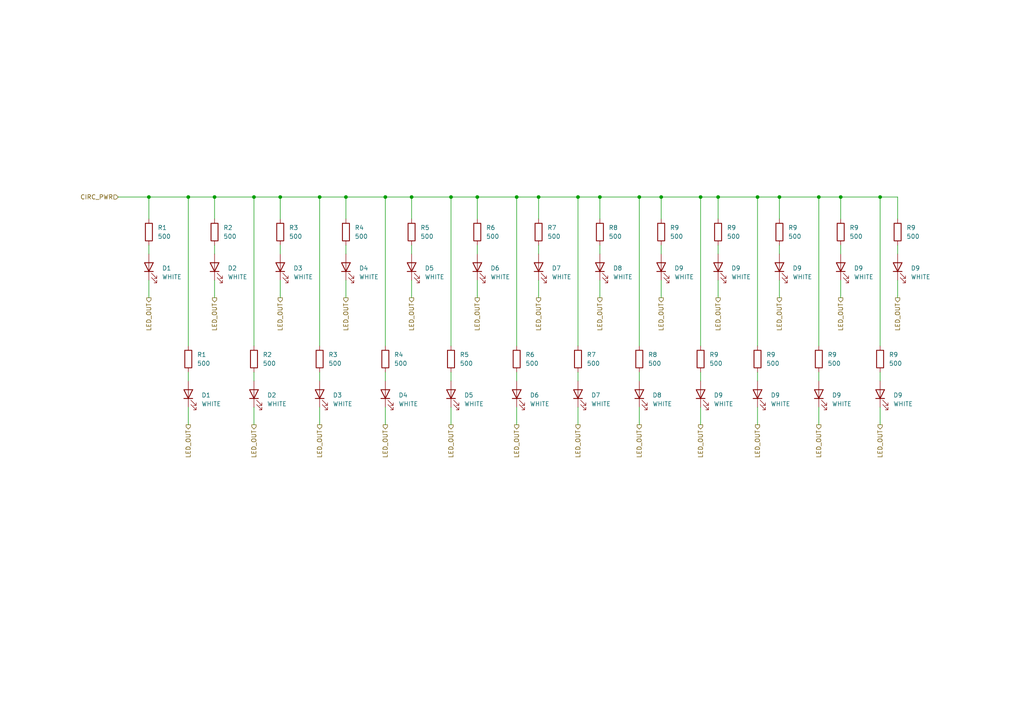
<source format=kicad_sch>
(kicad_sch (version 20230121) (generator eeschema)

  (uuid 6e5460b8-8d36-42c2-86f3-2fe20aac548c)

  (paper "A4")

  (lib_symbols
    (symbol "Device:LED" (pin_numbers hide) (pin_names (offset 1.016) hide) (in_bom yes) (on_board yes)
      (property "Reference" "D" (at 0 2.54 0)
        (effects (font (size 1.27 1.27)))
      )
      (property "Value" "LED" (at 0 -2.54 0)
        (effects (font (size 1.27 1.27)))
      )
      (property "Footprint" "" (at 0 0 0)
        (effects (font (size 1.27 1.27)) hide)
      )
      (property "Datasheet" "~" (at 0 0 0)
        (effects (font (size 1.27 1.27)) hide)
      )
      (property "ki_keywords" "LED diode" (at 0 0 0)
        (effects (font (size 1.27 1.27)) hide)
      )
      (property "ki_description" "Light emitting diode" (at 0 0 0)
        (effects (font (size 1.27 1.27)) hide)
      )
      (property "ki_fp_filters" "LED* LED_SMD:* LED_THT:*" (at 0 0 0)
        (effects (font (size 1.27 1.27)) hide)
      )
      (symbol "LED_0_1"
        (polyline
          (pts
            (xy -1.27 -1.27)
            (xy -1.27 1.27)
          )
          (stroke (width 0.254) (type default))
          (fill (type none))
        )
        (polyline
          (pts
            (xy -1.27 0)
            (xy 1.27 0)
          )
          (stroke (width 0) (type default))
          (fill (type none))
        )
        (polyline
          (pts
            (xy 1.27 -1.27)
            (xy 1.27 1.27)
            (xy -1.27 0)
            (xy 1.27 -1.27)
          )
          (stroke (width 0.254) (type default))
          (fill (type none))
        )
        (polyline
          (pts
            (xy -3.048 -0.762)
            (xy -4.572 -2.286)
            (xy -3.81 -2.286)
            (xy -4.572 -2.286)
            (xy -4.572 -1.524)
          )
          (stroke (width 0) (type default))
          (fill (type none))
        )
        (polyline
          (pts
            (xy -1.778 -0.762)
            (xy -3.302 -2.286)
            (xy -2.54 -2.286)
            (xy -3.302 -2.286)
            (xy -3.302 -1.524)
          )
          (stroke (width 0) (type default))
          (fill (type none))
        )
      )
      (symbol "LED_1_1"
        (pin passive line (at -3.81 0 0) (length 2.54)
          (name "K" (effects (font (size 1.27 1.27))))
          (number "1" (effects (font (size 1.27 1.27))))
        )
        (pin passive line (at 3.81 0 180) (length 2.54)
          (name "A" (effects (font (size 1.27 1.27))))
          (number "2" (effects (font (size 1.27 1.27))))
        )
      )
    )
    (symbol "Device:R" (pin_numbers hide) (pin_names (offset 0)) (in_bom yes) (on_board yes)
      (property "Reference" "R" (at 2.032 0 90)
        (effects (font (size 1.27 1.27)))
      )
      (property "Value" "R" (at 0 0 90)
        (effects (font (size 1.27 1.27)))
      )
      (property "Footprint" "" (at -1.778 0 90)
        (effects (font (size 1.27 1.27)) hide)
      )
      (property "Datasheet" "~" (at 0 0 0)
        (effects (font (size 1.27 1.27)) hide)
      )
      (property "ki_keywords" "R res resistor" (at 0 0 0)
        (effects (font (size 1.27 1.27)) hide)
      )
      (property "ki_description" "Resistor" (at 0 0 0)
        (effects (font (size 1.27 1.27)) hide)
      )
      (property "ki_fp_filters" "R_*" (at 0 0 0)
        (effects (font (size 1.27 1.27)) hide)
      )
      (symbol "R_0_1"
        (rectangle (start -1.016 -2.54) (end 1.016 2.54)
          (stroke (width 0.254) (type default))
          (fill (type none))
        )
      )
      (symbol "R_1_1"
        (pin passive line (at 0 3.81 270) (length 1.27)
          (name "~" (effects (font (size 1.27 1.27))))
          (number "1" (effects (font (size 1.27 1.27))))
        )
        (pin passive line (at 0 -3.81 90) (length 1.27)
          (name "~" (effects (font (size 1.27 1.27))))
          (number "2" (effects (font (size 1.27 1.27))))
        )
      )
    )
  )

  (junction (at 54.61 57.15) (diameter 0) (color 0 0 0 0)
    (uuid 022c447c-3b5f-40f0-8987-dfe72edec52a)
  )
  (junction (at 111.76 57.15) (diameter 0) (color 0 0 0 0)
    (uuid 0cd5805b-812d-4223-8fba-d98296770f40)
  )
  (junction (at 156.21 57.15) (diameter 0) (color 0 0 0 0)
    (uuid 141ba585-83a9-4948-b80d-0159b06fc931)
  )
  (junction (at 62.23 57.15) (diameter 0) (color 0 0 0 0)
    (uuid 27d5747a-4cf4-44d0-8f32-63a26a7c7a28)
  )
  (junction (at 185.42 57.15) (diameter 0) (color 0 0 0 0)
    (uuid 469c625b-d488-424f-8096-ad827643b643)
  )
  (junction (at 219.71 57.15) (diameter 0) (color 0 0 0 0)
    (uuid 55a5762f-47c2-4f81-90ea-1ae553d2f5f3)
  )
  (junction (at 237.49 57.15) (diameter 0) (color 0 0 0 0)
    (uuid 6954467b-8c70-4831-b283-021e7cc09897)
  )
  (junction (at 208.28 57.15) (diameter 0) (color 0 0 0 0)
    (uuid 6c37a17e-80f0-4f03-8cc5-d6e50ee7357e)
  )
  (junction (at 130.81 57.15) (diameter 0) (color 0 0 0 0)
    (uuid 71c923ae-445e-4d44-926e-5edab08ef108)
  )
  (junction (at 138.43 57.15) (diameter 0) (color 0 0 0 0)
    (uuid 7284ce3b-ef14-4642-9479-561a23eea4ae)
  )
  (junction (at 243.84 57.15) (diameter 0) (color 0 0 0 0)
    (uuid 7a1ff9de-25d8-4a96-bdfb-0f73048c5f1f)
  )
  (junction (at 167.64 57.15) (diameter 0) (color 0 0 0 0)
    (uuid 80f1a4b6-fa63-44da-a881-e9976f77efe4)
  )
  (junction (at 203.2 57.15) (diameter 0) (color 0 0 0 0)
    (uuid 830831ea-75bb-4394-b736-594b9b92d0b3)
  )
  (junction (at 81.28 57.15) (diameter 0) (color 0 0 0 0)
    (uuid 876b599a-f703-4889-81ec-a01ad65fb6ca)
  )
  (junction (at 100.33 57.15) (diameter 0) (color 0 0 0 0)
    (uuid 96751781-3763-43e8-87ad-39ae9a43ac7a)
  )
  (junction (at 92.71 57.15) (diameter 0) (color 0 0 0 0)
    (uuid b2b06f85-dd99-479b-9015-176a982b51ab)
  )
  (junction (at 191.77 57.15) (diameter 0) (color 0 0 0 0)
    (uuid ba9b8a56-a043-46bd-bd12-724af6e1df8d)
  )
  (junction (at 173.99 57.15) (diameter 0) (color 0 0 0 0)
    (uuid bc6c865c-b7cf-4485-8308-0708a6af89e5)
  )
  (junction (at 43.18 57.15) (diameter 0) (color 0 0 0 0)
    (uuid c0826aaa-89fd-491d-8236-9b0c2b519c06)
  )
  (junction (at 226.06 57.15) (diameter 0) (color 0 0 0 0)
    (uuid c0efe810-bfe0-4a5b-8545-041eb9a57c8f)
  )
  (junction (at 73.66 57.15) (diameter 0) (color 0 0 0 0)
    (uuid d2526551-8256-4f45-94df-c50648e6f272)
  )
  (junction (at 119.38 57.15) (diameter 0) (color 0 0 0 0)
    (uuid dedbd31f-b45c-45ff-a90a-f96624fa1995)
  )
  (junction (at 149.86 57.15) (diameter 0) (color 0 0 0 0)
    (uuid dfa95b76-b855-4d46-bcc2-7f01750bda64)
  )
  (junction (at 255.27 57.15) (diameter 0) (color 0 0 0 0)
    (uuid e2f88c78-d518-4c58-be06-7ac665910062)
  )

  (wire (pts (xy 62.23 71.12) (xy 62.23 73.66))
    (stroke (width 0) (type default))
    (uuid 0377cc26-3eec-43a2-aa1f-0744c167c19e)
  )
  (wire (pts (xy 100.33 71.12) (xy 100.33 73.66))
    (stroke (width 0) (type default))
    (uuid 0d74cf3e-63cb-4b03-a714-9d835931a3cb)
  )
  (wire (pts (xy 73.66 107.95) (xy 73.66 110.49))
    (stroke (width 0) (type default))
    (uuid 110a90ce-5cd6-4011-826b-b64537e5aa29)
  )
  (wire (pts (xy 226.06 71.12) (xy 226.06 73.66))
    (stroke (width 0) (type default))
    (uuid 11b6041f-c22e-4ec8-822b-8dced1049467)
  )
  (wire (pts (xy 185.42 57.15) (xy 191.77 57.15))
    (stroke (width 0) (type default))
    (uuid 127ac1c8-3595-47f8-b6e1-a4d9a1788832)
  )
  (wire (pts (xy 208.28 81.28) (xy 208.28 86.36))
    (stroke (width 0) (type default))
    (uuid 1400450e-f96f-4ebf-bad9-4368112b0ed2)
  )
  (wire (pts (xy 191.77 81.28) (xy 191.77 86.36))
    (stroke (width 0) (type default))
    (uuid 17999894-436f-410e-a061-3d2879ea9976)
  )
  (wire (pts (xy 119.38 57.15) (xy 119.38 63.5))
    (stroke (width 0) (type default))
    (uuid 181d9f8e-6c14-4018-8010-13d106dba87f)
  )
  (wire (pts (xy 81.28 71.12) (xy 81.28 73.66))
    (stroke (width 0) (type default))
    (uuid 184ca219-d4be-410d-bbb5-c21d3783bdfa)
  )
  (wire (pts (xy 260.35 57.15) (xy 260.35 63.5))
    (stroke (width 0) (type default))
    (uuid 1a549a8c-7c91-4744-bbd0-e87bab6a255d)
  )
  (wire (pts (xy 260.35 71.12) (xy 260.35 73.66))
    (stroke (width 0) (type default))
    (uuid 1c8c093c-d769-43f8-a245-efc093c4098c)
  )
  (wire (pts (xy 208.28 57.15) (xy 219.71 57.15))
    (stroke (width 0) (type default))
    (uuid 1dcbd02a-98a4-49a5-95c5-7d32a2e68fbc)
  )
  (wire (pts (xy 43.18 63.5) (xy 43.18 57.15))
    (stroke (width 0) (type default))
    (uuid 240054b7-596c-4b44-8ddd-ac58815cafdb)
  )
  (wire (pts (xy 111.76 57.15) (xy 119.38 57.15))
    (stroke (width 0) (type default))
    (uuid 24eed98f-b3af-4ba6-a51c-88beb779ab40)
  )
  (wire (pts (xy 255.27 118.11) (xy 255.27 123.19))
    (stroke (width 0) (type default))
    (uuid 2a146cfe-1379-4b40-be46-c3e83bd3afe0)
  )
  (wire (pts (xy 173.99 57.15) (xy 185.42 57.15))
    (stroke (width 0) (type default))
    (uuid 2d33d946-34a2-4736-9fef-10b07bf4ecd2)
  )
  (wire (pts (xy 81.28 81.28) (xy 81.28 86.36))
    (stroke (width 0) (type default))
    (uuid 3093d7a9-aa2a-4738-a98f-55ff9c042c57)
  )
  (wire (pts (xy 73.66 57.15) (xy 81.28 57.15))
    (stroke (width 0) (type default))
    (uuid 322f3c06-e064-4375-8b47-c5ef4fdec6bd)
  )
  (wire (pts (xy 138.43 81.28) (xy 138.43 86.36))
    (stroke (width 0) (type default))
    (uuid 339682a6-724b-4374-8bdb-edb304d501a6)
  )
  (wire (pts (xy 73.66 118.11) (xy 73.66 123.19))
    (stroke (width 0) (type default))
    (uuid 33c5663a-7367-4780-b1bc-56a0bd835546)
  )
  (wire (pts (xy 100.33 81.28) (xy 100.33 86.36))
    (stroke (width 0) (type default))
    (uuid 33e1bb42-9e66-419a-ae21-e371616f699e)
  )
  (wire (pts (xy 173.99 57.15) (xy 173.99 63.5))
    (stroke (width 0) (type default))
    (uuid 354d5eea-2214-4c45-90f2-95d225d33f1f)
  )
  (wire (pts (xy 92.71 118.11) (xy 92.71 123.19))
    (stroke (width 0) (type default))
    (uuid 394836a3-f188-4a12-96bb-0a3abc534c1f)
  )
  (wire (pts (xy 243.84 71.12) (xy 243.84 73.66))
    (stroke (width 0) (type default))
    (uuid 3be71b23-49a7-4e71-9f57-de6f94bb2cc4)
  )
  (wire (pts (xy 219.71 118.11) (xy 219.71 123.19))
    (stroke (width 0) (type default))
    (uuid 4649c213-df43-4234-ae1a-95945d4b4b6c)
  )
  (wire (pts (xy 226.06 57.15) (xy 226.06 63.5))
    (stroke (width 0) (type default))
    (uuid 48373533-dcdf-4d6b-98d4-d7f9b4847809)
  )
  (wire (pts (xy 100.33 57.15) (xy 111.76 57.15))
    (stroke (width 0) (type default))
    (uuid 4dbb91e5-7810-4d3f-8037-f044e53f65cd)
  )
  (wire (pts (xy 226.06 57.15) (xy 237.49 57.15))
    (stroke (width 0) (type default))
    (uuid 4f180e98-9439-4107-b3d0-4d109f006b5d)
  )
  (wire (pts (xy 149.86 107.95) (xy 149.86 110.49))
    (stroke (width 0) (type default))
    (uuid 4fed461e-d7b7-403d-83e1-6e5fe07f38cf)
  )
  (wire (pts (xy 73.66 57.15) (xy 73.66 100.33))
    (stroke (width 0) (type default))
    (uuid 5002b36d-182a-4e9f-ae7f-4373b09856c5)
  )
  (wire (pts (xy 92.71 57.15) (xy 92.71 100.33))
    (stroke (width 0) (type default))
    (uuid 53e0a32b-d7ea-4782-9574-eabe3a14f2a3)
  )
  (wire (pts (xy 43.18 71.12) (xy 43.18 73.66))
    (stroke (width 0) (type default))
    (uuid 5b5d8fbf-0224-48e5-9288-57efb5aabf08)
  )
  (wire (pts (xy 237.49 57.15) (xy 237.49 100.33))
    (stroke (width 0) (type default))
    (uuid 5e96054a-ed46-4bdc-9d16-d08afcc61b4f)
  )
  (wire (pts (xy 203.2 57.15) (xy 203.2 100.33))
    (stroke (width 0) (type default))
    (uuid 5f1a69ee-d742-47b9-a1b8-b3c129c7050b)
  )
  (wire (pts (xy 260.35 81.28) (xy 260.35 86.36))
    (stroke (width 0) (type default))
    (uuid 6202c982-306d-4593-b1da-4e270d660613)
  )
  (wire (pts (xy 156.21 81.28) (xy 156.21 86.36))
    (stroke (width 0) (type default))
    (uuid 6349ff1e-b89a-4350-b39f-2d4cc7911449)
  )
  (wire (pts (xy 62.23 57.15) (xy 73.66 57.15))
    (stroke (width 0) (type default))
    (uuid 697d8cc1-8486-4506-9968-7eb240c47bd2)
  )
  (wire (pts (xy 167.64 57.15) (xy 167.64 100.33))
    (stroke (width 0) (type default))
    (uuid 69b2b10f-5e51-4649-b007-cfa71470c286)
  )
  (wire (pts (xy 119.38 81.28) (xy 119.38 86.36))
    (stroke (width 0) (type default))
    (uuid 704a1a41-97a7-435a-ba38-e5e391459303)
  )
  (wire (pts (xy 149.86 57.15) (xy 149.86 100.33))
    (stroke (width 0) (type default))
    (uuid 70b4ab01-37e7-47d8-b849-fe1222a56ef4)
  )
  (wire (pts (xy 43.18 57.15) (xy 54.61 57.15))
    (stroke (width 0) (type default))
    (uuid 750d0b41-c2c4-4845-8166-bf1edc59ea1e)
  )
  (wire (pts (xy 119.38 57.15) (xy 130.81 57.15))
    (stroke (width 0) (type default))
    (uuid 77971e60-a04d-4411-a54d-58c5344ca915)
  )
  (wire (pts (xy 34.29 57.15) (xy 43.18 57.15))
    (stroke (width 0) (type default))
    (uuid 7d367960-0d9a-49cf-8442-7025134cda2d)
  )
  (wire (pts (xy 237.49 57.15) (xy 243.84 57.15))
    (stroke (width 0) (type default))
    (uuid 80092c28-eae5-4c8b-bdaf-060df0e093b1)
  )
  (wire (pts (xy 255.27 57.15) (xy 255.27 100.33))
    (stroke (width 0) (type default))
    (uuid 802ff27e-29e6-43eb-88a9-55f88de28781)
  )
  (wire (pts (xy 54.61 118.11) (xy 54.61 123.19))
    (stroke (width 0) (type default))
    (uuid 818ca2ea-675e-434a-bd9a-4613f67a73fb)
  )
  (wire (pts (xy 54.61 57.15) (xy 54.61 100.33))
    (stroke (width 0) (type default))
    (uuid 8b74723f-06f6-4af2-9981-d77e0a305546)
  )
  (wire (pts (xy 92.71 107.95) (xy 92.71 110.49))
    (stroke (width 0) (type default))
    (uuid 8bda784d-3bec-4ee5-926e-4197212c7b26)
  )
  (wire (pts (xy 203.2 118.11) (xy 203.2 123.19))
    (stroke (width 0) (type default))
    (uuid 8f882c5b-fada-4cd8-b060-eb2210cdaa2a)
  )
  (wire (pts (xy 43.18 81.28) (xy 43.18 86.36))
    (stroke (width 0) (type default))
    (uuid 8fd7a3d2-3a3a-468b-ae18-c07ba37fac23)
  )
  (wire (pts (xy 243.84 81.28) (xy 243.84 86.36))
    (stroke (width 0) (type default))
    (uuid 911aedda-9f4f-409c-9cd4-717af46cfd7e)
  )
  (wire (pts (xy 173.99 81.28) (xy 173.99 86.36))
    (stroke (width 0) (type default))
    (uuid 9198189f-395b-4350-8a16-36459bc99402)
  )
  (wire (pts (xy 243.84 57.15) (xy 255.27 57.15))
    (stroke (width 0) (type default))
    (uuid 92c2e358-fb13-4eba-b7c9-0c58f6f9c6f9)
  )
  (wire (pts (xy 219.71 57.15) (xy 226.06 57.15))
    (stroke (width 0) (type default))
    (uuid 97ac9113-2e13-4cfa-a5ec-eee043a57143)
  )
  (wire (pts (xy 100.33 57.15) (xy 100.33 63.5))
    (stroke (width 0) (type default))
    (uuid 9de1e0dc-3d4b-4af9-b782-5ae28f1f53cc)
  )
  (wire (pts (xy 62.23 81.28) (xy 62.23 86.36))
    (stroke (width 0) (type default))
    (uuid 9e463192-025c-4674-babb-cd7d89a2f822)
  )
  (wire (pts (xy 130.81 57.15) (xy 138.43 57.15))
    (stroke (width 0) (type default))
    (uuid a29b1c4d-0f26-4dbb-a203-70f2d1e3c05e)
  )
  (wire (pts (xy 62.23 57.15) (xy 62.23 63.5))
    (stroke (width 0) (type default))
    (uuid a4048d89-e896-4e83-9bcf-8f174855c60a)
  )
  (wire (pts (xy 219.71 107.95) (xy 219.71 110.49))
    (stroke (width 0) (type default))
    (uuid a60f1b4b-126c-46a3-82df-ae62ce62194f)
  )
  (wire (pts (xy 208.28 57.15) (xy 208.28 63.5))
    (stroke (width 0) (type default))
    (uuid a70deac6-5ecf-4478-bbc5-9bdac1b4df93)
  )
  (wire (pts (xy 156.21 57.15) (xy 167.64 57.15))
    (stroke (width 0) (type default))
    (uuid a9d94b5d-a48f-4278-adfc-17d802fe64dd)
  )
  (wire (pts (xy 54.61 107.95) (xy 54.61 110.49))
    (stroke (width 0) (type default))
    (uuid ab118e48-ebbf-446d-9335-14bd8870f972)
  )
  (wire (pts (xy 255.27 57.15) (xy 260.35 57.15))
    (stroke (width 0) (type default))
    (uuid ab9c2cbf-f7fe-4aa1-bffd-50ff9e8c1be2)
  )
  (wire (pts (xy 130.81 100.33) (xy 130.81 57.15))
    (stroke (width 0) (type default))
    (uuid afc806e4-aa9c-44da-a676-d90a5ccebdf6)
  )
  (wire (pts (xy 111.76 107.95) (xy 111.76 110.49))
    (stroke (width 0) (type default))
    (uuid afd0121b-6483-465c-86c9-f6a723afc04d)
  )
  (wire (pts (xy 138.43 57.15) (xy 138.43 63.5))
    (stroke (width 0) (type default))
    (uuid b2625967-f28e-4a8e-85f7-28f7a8311cb8)
  )
  (wire (pts (xy 119.38 71.12) (xy 119.38 73.66))
    (stroke (width 0) (type default))
    (uuid b30ac3e6-4dc8-4ebe-aca4-4a4c17f96eef)
  )
  (wire (pts (xy 92.71 57.15) (xy 100.33 57.15))
    (stroke (width 0) (type default))
    (uuid b43ef1ca-997b-48c7-a974-8282e1d4b100)
  )
  (wire (pts (xy 138.43 57.15) (xy 149.86 57.15))
    (stroke (width 0) (type default))
    (uuid b639d953-15f1-42b1-9cd6-455e13bc9365)
  )
  (wire (pts (xy 203.2 57.15) (xy 208.28 57.15))
    (stroke (width 0) (type default))
    (uuid b6eba035-7e11-41c4-b797-7f9eed17de54)
  )
  (wire (pts (xy 255.27 107.95) (xy 255.27 110.49))
    (stroke (width 0) (type default))
    (uuid b73b781e-3605-484e-b6f4-a2c1cd173c31)
  )
  (wire (pts (xy 149.86 118.11) (xy 149.86 123.19))
    (stroke (width 0) (type default))
    (uuid b78835a3-30eb-4c29-94f5-e795ee899805)
  )
  (wire (pts (xy 149.86 57.15) (xy 156.21 57.15))
    (stroke (width 0) (type default))
    (uuid b91d98be-b55e-411a-b339-4313bcc596fd)
  )
  (wire (pts (xy 81.28 57.15) (xy 81.28 63.5))
    (stroke (width 0) (type default))
    (uuid be2f8120-acaf-4cab-810a-4d584063ddcc)
  )
  (wire (pts (xy 191.77 57.15) (xy 191.77 63.5))
    (stroke (width 0) (type default))
    (uuid bf2a6e16-350b-499f-8228-22fc9ccdc38d)
  )
  (wire (pts (xy 54.61 57.15) (xy 62.23 57.15))
    (stroke (width 0) (type default))
    (uuid bf9b470b-9e4c-45f5-8256-a5bcf4f1154b)
  )
  (wire (pts (xy 130.81 107.95) (xy 130.81 110.49))
    (stroke (width 0) (type default))
    (uuid c7c920cf-8af0-4c0f-976b-a77d45eb6a56)
  )
  (wire (pts (xy 167.64 57.15) (xy 173.99 57.15))
    (stroke (width 0) (type default))
    (uuid c8ef62fb-9560-4667-9066-1e64bbcd6a5c)
  )
  (wire (pts (xy 208.28 71.12) (xy 208.28 73.66))
    (stroke (width 0) (type default))
    (uuid d235a42b-b9ca-4754-82a3-6cc9b53a35e2)
  )
  (wire (pts (xy 185.42 57.15) (xy 185.42 100.33))
    (stroke (width 0) (type default))
    (uuid d2cc8259-f402-49ac-8c24-e6e39a257a94)
  )
  (wire (pts (xy 191.77 57.15) (xy 203.2 57.15))
    (stroke (width 0) (type default))
    (uuid d5a76d2a-cddb-4d7c-9ca1-76b714848aa5)
  )
  (wire (pts (xy 185.42 107.95) (xy 185.42 110.49))
    (stroke (width 0) (type default))
    (uuid d6083a87-bef8-402a-8051-38083200d122)
  )
  (wire (pts (xy 156.21 71.12) (xy 156.21 73.66))
    (stroke (width 0) (type default))
    (uuid d77cb62b-41e9-48f0-a126-eb596cb59bd2)
  )
  (wire (pts (xy 111.76 57.15) (xy 111.76 100.33))
    (stroke (width 0) (type default))
    (uuid da45a974-3dbe-4642-8338-469cd93ef80b)
  )
  (wire (pts (xy 191.77 71.12) (xy 191.77 73.66))
    (stroke (width 0) (type default))
    (uuid da49927b-7352-43f2-b8c5-d317ff3ab2e2)
  )
  (wire (pts (xy 243.84 57.15) (xy 243.84 63.5))
    (stroke (width 0) (type default))
    (uuid dc351a37-5655-4340-9b7c-ba8edc175ac0)
  )
  (wire (pts (xy 185.42 118.11) (xy 185.42 123.19))
    (stroke (width 0) (type default))
    (uuid dd1d864d-d990-45d4-aa8c-f7acd35788fa)
  )
  (wire (pts (xy 226.06 81.28) (xy 226.06 86.36))
    (stroke (width 0) (type default))
    (uuid dd92b424-51bb-4c39-ac5d-e51d5a3d934a)
  )
  (wire (pts (xy 219.71 57.15) (xy 219.71 100.33))
    (stroke (width 0) (type default))
    (uuid dff42e57-efab-4b46-ad30-3f3f3c7b6bed)
  )
  (wire (pts (xy 237.49 118.11) (xy 237.49 123.19))
    (stroke (width 0) (type default))
    (uuid e650db6d-d40f-4a5e-b24c-fd4b45821585)
  )
  (wire (pts (xy 173.99 71.12) (xy 173.99 73.66))
    (stroke (width 0) (type default))
    (uuid e692d98c-07c2-4250-9c2d-5ab0c0451f9c)
  )
  (wire (pts (xy 167.64 107.95) (xy 167.64 110.49))
    (stroke (width 0) (type default))
    (uuid eb574845-680c-49ca-8df2-f6a738c52f00)
  )
  (wire (pts (xy 111.76 118.11) (xy 111.76 123.19))
    (stroke (width 0) (type default))
    (uuid edef969c-52b2-4dd8-8ae7-80c64d564597)
  )
  (wire (pts (xy 130.81 118.11) (xy 130.81 123.19))
    (stroke (width 0) (type default))
    (uuid f1eb6444-b45b-4c9b-b1e3-e4fecf4b4df3)
  )
  (wire (pts (xy 138.43 71.12) (xy 138.43 73.66))
    (stroke (width 0) (type default))
    (uuid f35f0a44-d8ab-4554-8035-66bb56f585d0)
  )
  (wire (pts (xy 167.64 118.11) (xy 167.64 123.19))
    (stroke (width 0) (type default))
    (uuid f6b54716-33b9-462f-9de1-fa062daff5aa)
  )
  (wire (pts (xy 203.2 107.95) (xy 203.2 110.49))
    (stroke (width 0) (type default))
    (uuid f6bc9a6d-4d8b-40e2-8407-5e5fafca72eb)
  )
  (wire (pts (xy 81.28 57.15) (xy 92.71 57.15))
    (stroke (width 0) (type default))
    (uuid f9e6cc1d-7e45-4d4f-a72b-1f2ccad96692)
  )
  (wire (pts (xy 156.21 57.15) (xy 156.21 63.5))
    (stroke (width 0) (type default))
    (uuid fbb11d20-75e1-4e13-b660-ef7ee022af22)
  )
  (wire (pts (xy 237.49 107.95) (xy 237.49 110.49))
    (stroke (width 0) (type default))
    (uuid fbeed4e9-a472-4ae6-86c3-2ae277830c8c)
  )

  (hierarchical_label "LED_OUT" (shape output) (at 43.18 86.36 270) (fields_autoplaced)
    (effects (font (size 1.27 1.27)) (justify right))
    (uuid 036d42ba-0866-4abd-a088-183d818758a1)
  )
  (hierarchical_label "LED_OUT" (shape output) (at 219.71 123.19 270) (fields_autoplaced)
    (effects (font (size 1.27 1.27)) (justify right))
    (uuid 0438ca8f-5b5e-489b-8e84-77710f9bc56a)
  )
  (hierarchical_label "LED_OUT" (shape output) (at 138.43 86.36 270) (fields_autoplaced)
    (effects (font (size 1.27 1.27)) (justify right))
    (uuid 04dc7f23-45dc-4a1f-bc3a-ffb119511409)
  )
  (hierarchical_label "LED_OUT" (shape output) (at 167.64 123.19 270) (fields_autoplaced)
    (effects (font (size 1.27 1.27)) (justify right))
    (uuid 0ad10c46-7534-4b2c-80cb-2198a2abe744)
  )
  (hierarchical_label "LED_OUT" (shape output) (at 81.28 86.36 270) (fields_autoplaced)
    (effects (font (size 1.27 1.27)) (justify right))
    (uuid 202ecafd-2c87-403e-9b05-4d696859e2bc)
  )
  (hierarchical_label "LED_OUT" (shape output) (at 130.81 123.19 270) (fields_autoplaced)
    (effects (font (size 1.27 1.27)) (justify right))
    (uuid 37022c6e-f11e-4b91-8d94-861b2dac629e)
  )
  (hierarchical_label "LED_OUT" (shape output) (at 111.76 123.19 270) (fields_autoplaced)
    (effects (font (size 1.27 1.27)) (justify right))
    (uuid 3e5ebc50-3989-4f5b-98ec-71ee2ca97e89)
  )
  (hierarchical_label "LED_OUT" (shape output) (at 62.23 86.36 270) (fields_autoplaced)
    (effects (font (size 1.27 1.27)) (justify right))
    (uuid 3f1f819c-e5f9-4017-937c-1c3a595c6b03)
  )
  (hierarchical_label "LED_OUT" (shape output) (at 255.27 123.19 270) (fields_autoplaced)
    (effects (font (size 1.27 1.27)) (justify right))
    (uuid 3f98ba9a-bee3-42e8-8f4f-2e68246b7894)
  )
  (hierarchical_label "LED_OUT" (shape output) (at 203.2 123.19 270) (fields_autoplaced)
    (effects (font (size 1.27 1.27)) (justify right))
    (uuid 43156123-4525-4c78-8bc0-a31d03662786)
  )
  (hierarchical_label "LED_OUT" (shape output) (at 243.84 86.36 270) (fields_autoplaced)
    (effects (font (size 1.27 1.27)) (justify right))
    (uuid 437e74b5-a6b9-4c67-9ad0-d8f1d438884d)
  )
  (hierarchical_label "LED_OUT" (shape output) (at 149.86 123.19 270) (fields_autoplaced)
    (effects (font (size 1.27 1.27)) (justify right))
    (uuid 44b3238d-32e8-44c7-ae8f-77d64ac9e781)
  )
  (hierarchical_label "LED_OUT" (shape output) (at 100.33 86.36 270) (fields_autoplaced)
    (effects (font (size 1.27 1.27)) (justify right))
    (uuid 474f69b1-5786-4c04-90d1-13cecc20d446)
  )
  (hierarchical_label "LED_OUT" (shape output) (at 191.77 86.36 270) (fields_autoplaced)
    (effects (font (size 1.27 1.27)) (justify right))
    (uuid 54593e66-5510-4d9f-9a34-29fdd6e332b7)
  )
  (hierarchical_label "LED_OUT" (shape output) (at 73.66 123.19 270) (fields_autoplaced)
    (effects (font (size 1.27 1.27)) (justify right))
    (uuid 7cfd8305-9693-4bf6-b974-db26c3bb4998)
  )
  (hierarchical_label "LED_OUT" (shape output) (at 260.35 86.36 270) (fields_autoplaced)
    (effects (font (size 1.27 1.27)) (justify right))
    (uuid 83364959-5ac2-4024-b221-3d990c5fdd16)
  )
  (hierarchical_label "LED_OUT" (shape output) (at 156.21 86.36 270) (fields_autoplaced)
    (effects (font (size 1.27 1.27)) (justify right))
    (uuid 90eda8f5-0be8-47df-b8e7-aaa2be92b455)
  )
  (hierarchical_label "LED_OUT" (shape output) (at 92.71 123.19 270) (fields_autoplaced)
    (effects (font (size 1.27 1.27)) (justify right))
    (uuid a31e4ff5-8aad-435d-b4dc-0cd7ddf8b80b)
  )
  (hierarchical_label "LED_OUT" (shape output) (at 185.42 123.19 270) (fields_autoplaced)
    (effects (font (size 1.27 1.27)) (justify right))
    (uuid ac03e652-5807-4835-8627-4429c89974ce)
  )
  (hierarchical_label "LED_OUT" (shape output) (at 119.38 86.36 270) (fields_autoplaced)
    (effects (font (size 1.27 1.27)) (justify right))
    (uuid bbaa8e96-4a30-4cf6-9d18-99b8426a5586)
  )
  (hierarchical_label "LED_OUT" (shape output) (at 237.49 123.19 270) (fields_autoplaced)
    (effects (font (size 1.27 1.27)) (justify right))
    (uuid d169925f-d7e0-48c1-b2e8-82641b7dd5d0)
  )
  (hierarchical_label "LED_OUT" (shape output) (at 208.28 86.36 270) (fields_autoplaced)
    (effects (font (size 1.27 1.27)) (justify right))
    (uuid d7fdb0fa-279d-4df0-8f64-c21513e82bc4)
  )
  (hierarchical_label "LED_OUT" (shape output) (at 54.61 123.19 270) (fields_autoplaced)
    (effects (font (size 1.27 1.27)) (justify right))
    (uuid d8b2e6a1-7a65-4723-b0ba-4741839573ff)
  )
  (hierarchical_label "LED_OUT" (shape output) (at 173.99 86.36 270) (fields_autoplaced)
    (effects (font (size 1.27 1.27)) (justify right))
    (uuid ea2df3b9-f8c1-437e-b546-c48816d092cf)
  )
  (hierarchical_label "LED_OUT" (shape output) (at 226.06 86.36 270) (fields_autoplaced)
    (effects (font (size 1.27 1.27)) (justify right))
    (uuid fa86dff4-bd0f-4b05-8d64-3bd30f8a1481)
  )
  (hierarchical_label "CIRC_PWR" (shape input) (at 34.29 57.15 180) (fields_autoplaced)
    (effects (font (size 1.27 1.27)) (justify right))
    (uuid ff214090-edd4-4cae-9494-6e5ae2537150)
  )

  (symbol (lib_id "Device:LED") (at 237.49 114.3 90) (unit 1)
    (in_bom yes) (on_board yes) (dnp no) (fields_autoplaced)
    (uuid 00573017-52f1-4a38-889b-a5c5a2034002)
    (property "Reference" "D9" (at 241.3 114.6175 90)
      (effects (font (size 1.27 1.27)) (justify right))
    )
    (property "Value" "WHITE" (at 241.3 117.1575 90)
      (effects (font (size 1.27 1.27)) (justify right))
    )
    (property "Footprint" "Diode_SMD:D_0603_1608Metric" (at 237.49 114.3 0)
      (effects (font (size 1.27 1.27)) hide)
    )
    (property "Datasheet" "~" (at 237.49 114.3 0)
      (effects (font (size 1.27 1.27)) hide)
    )
    (pin "1" (uuid 419b0f47-6c06-47fd-a40f-6c91458a9349))
    (pin "2" (uuid c853b2d6-f2be-47bb-b9e1-8f5286aa483f))
    (instances
      (project "v1"
        (path "/49694771-7942-42f9-b994-64bce0ef5026"
          (reference "D9") (unit 1)
        )
      )
      (project "v4"
        (path "/ddbc896e-66d6-4622-8a61-6aa5f65e6ad4"
          (reference "D9") (unit 1)
        )
        (path "/ddbc896e-66d6-4622-8a61-6aa5f65e6ad4/4b258409-4fa9-424d-b798-2d21b9277384"
          (reference "D24") (unit 1)
        )
      )
    )
  )

  (symbol (lib_id "Device:LED") (at 92.71 114.3 90) (unit 1)
    (in_bom yes) (on_board yes) (dnp no) (fields_autoplaced)
    (uuid 048a731a-02bb-42f3-94f3-7a074f2959a1)
    (property "Reference" "D3" (at 96.52 114.6175 90)
      (effects (font (size 1.27 1.27)) (justify right))
    )
    (property "Value" "WHITE" (at 96.52 117.1575 90)
      (effects (font (size 1.27 1.27)) (justify right))
    )
    (property "Footprint" "Diode_SMD:D_0603_1608Metric" (at 92.71 114.3 0)
      (effects (font (size 1.27 1.27)) hide)
    )
    (property "Datasheet" "~" (at 92.71 114.3 0)
      (effects (font (size 1.27 1.27)) hide)
    )
    (pin "1" (uuid 852b278e-a25b-49d4-95ba-6ec91a74c813))
    (pin "2" (uuid 02d0d555-15a4-47ba-b047-b8983a1e4f5d))
    (instances
      (project "v1"
        (path "/49694771-7942-42f9-b994-64bce0ef5026"
          (reference "D3") (unit 1)
        )
      )
      (project "v4"
        (path "/ddbc896e-66d6-4622-8a61-6aa5f65e6ad4"
          (reference "D3") (unit 1)
        )
        (path "/ddbc896e-66d6-4622-8a61-6aa5f65e6ad4/4b258409-4fa9-424d-b798-2d21b9277384"
          (reference "D16") (unit 1)
        )
      )
    )
  )

  (symbol (lib_id "Device:LED") (at 191.77 77.47 90) (unit 1)
    (in_bom yes) (on_board yes) (dnp no) (fields_autoplaced)
    (uuid 0a998fef-3fdc-42e5-a8b7-f85428945567)
    (property "Reference" "D9" (at 195.58 77.7875 90)
      (effects (font (size 1.27 1.27)) (justify right))
    )
    (property "Value" "WHITE" (at 195.58 80.3275 90)
      (effects (font (size 1.27 1.27)) (justify right))
    )
    (property "Footprint" "Diode_SMD:D_0603_1608Metric" (at 191.77 77.47 0)
      (effects (font (size 1.27 1.27)) hide)
    )
    (property "Datasheet" "~" (at 191.77 77.47 0)
      (effects (font (size 1.27 1.27)) hide)
    )
    (pin "1" (uuid 649af7cc-f69e-4f7e-8025-00734995593c))
    (pin "2" (uuid 84638514-f32f-41f1-9449-46a8b897ec32))
    (instances
      (project "v1"
        (path "/49694771-7942-42f9-b994-64bce0ef5026"
          (reference "D9") (unit 1)
        )
      )
      (project "v4"
        (path "/ddbc896e-66d6-4622-8a61-6aa5f65e6ad4"
          (reference "D9") (unit 1)
        )
        (path "/ddbc896e-66d6-4622-8a61-6aa5f65e6ad4/4b258409-4fa9-424d-b798-2d21b9277384"
          (reference "D9") (unit 1)
        )
      )
    )
  )

  (symbol (lib_id "Device:LED") (at 226.06 77.47 90) (unit 1)
    (in_bom yes) (on_board yes) (dnp no) (fields_autoplaced)
    (uuid 0c442f56-c5b6-4e4b-8471-c7c463994c45)
    (property "Reference" "D9" (at 229.87 77.7875 90)
      (effects (font (size 1.27 1.27)) (justify right))
    )
    (property "Value" "WHITE" (at 229.87 80.3275 90)
      (effects (font (size 1.27 1.27)) (justify right))
    )
    (property "Footprint" "Diode_SMD:D_0603_1608Metric" (at 226.06 77.47 0)
      (effects (font (size 1.27 1.27)) hide)
    )
    (property "Datasheet" "~" (at 226.06 77.47 0)
      (effects (font (size 1.27 1.27)) hide)
    )
    (pin "1" (uuid 8f224982-542c-4b43-91ed-150e42d5e62b))
    (pin "2" (uuid 7a769de8-7c26-4f51-ba26-bd2a5be03165))
    (instances
      (project "v1"
        (path "/49694771-7942-42f9-b994-64bce0ef5026"
          (reference "D9") (unit 1)
        )
      )
      (project "v4"
        (path "/ddbc896e-66d6-4622-8a61-6aa5f65e6ad4"
          (reference "D9") (unit 1)
        )
        (path "/ddbc896e-66d6-4622-8a61-6aa5f65e6ad4/4b258409-4fa9-424d-b798-2d21b9277384"
          (reference "D11") (unit 1)
        )
      )
    )
  )

  (symbol (lib_id "Device:LED") (at 62.23 77.47 90) (unit 1)
    (in_bom yes) (on_board yes) (dnp no) (fields_autoplaced)
    (uuid 0cd60921-f7e3-430a-80c0-3935f8810dbc)
    (property "Reference" "D2" (at 66.04 77.7875 90)
      (effects (font (size 1.27 1.27)) (justify right))
    )
    (property "Value" "WHITE" (at 66.04 80.3275 90)
      (effects (font (size 1.27 1.27)) (justify right))
    )
    (property "Footprint" "Diode_SMD:D_0603_1608Metric" (at 62.23 77.47 0)
      (effects (font (size 1.27 1.27)) hide)
    )
    (property "Datasheet" "~" (at 62.23 77.47 0)
      (effects (font (size 1.27 1.27)) hide)
    )
    (pin "1" (uuid 60662ad3-eb81-4e10-ac6e-5f40c51bd2e1))
    (pin "2" (uuid 70df11f9-6853-4835-9fe5-edabcd7156ed))
    (instances
      (project "v1"
        (path "/49694771-7942-42f9-b994-64bce0ef5026"
          (reference "D2") (unit 1)
        )
      )
      (project "v4"
        (path "/ddbc896e-66d6-4622-8a61-6aa5f65e6ad4"
          (reference "D2") (unit 1)
        )
        (path "/ddbc896e-66d6-4622-8a61-6aa5f65e6ad4/4b258409-4fa9-424d-b798-2d21b9277384"
          (reference "D2") (unit 1)
        )
      )
    )
  )

  (symbol (lib_id "Device:R") (at 149.86 104.14 0) (unit 1)
    (in_bom yes) (on_board yes) (dnp no) (fields_autoplaced)
    (uuid 11e5cec1-c969-4a35-ba8e-f0c4e3da5a53)
    (property "Reference" "R6" (at 152.4 102.87 0)
      (effects (font (size 1.27 1.27)) (justify left))
    )
    (property "Value" "500" (at 152.4 105.41 0)
      (effects (font (size 1.27 1.27)) (justify left))
    )
    (property "Footprint" "Resistor_SMD:R_0805_2012Metric" (at 148.082 104.14 90)
      (effects (font (size 1.27 1.27)) hide)
    )
    (property "Datasheet" "~" (at 149.86 104.14 0)
      (effects (font (size 1.27 1.27)) hide)
    )
    (pin "1" (uuid d3c5b3a4-4d2c-4bda-ad3c-26c82ed9302e))
    (pin "2" (uuid 7f64615e-5f23-45ff-b2f7-f0b96a7085d3))
    (instances
      (project "v1"
        (path "/49694771-7942-42f9-b994-64bce0ef5026"
          (reference "R6") (unit 1)
        )
      )
      (project "v4"
        (path "/ddbc896e-66d6-4622-8a61-6aa5f65e6ad4"
          (reference "R10") (unit 1)
        )
        (path "/ddbc896e-66d6-4622-8a61-6aa5f65e6ad4/4b258409-4fa9-424d-b798-2d21b9277384"
          (reference "R23") (unit 1)
        )
      )
    )
  )

  (symbol (lib_id "Device:LED") (at 167.64 114.3 90) (unit 1)
    (in_bom yes) (on_board yes) (dnp no) (fields_autoplaced)
    (uuid 1a579c1c-5b53-482e-bf5b-9a9eb08a35d4)
    (property "Reference" "D7" (at 171.45 114.6175 90)
      (effects (font (size 1.27 1.27)) (justify right))
    )
    (property "Value" "WHITE" (at 171.45 117.1575 90)
      (effects (font (size 1.27 1.27)) (justify right))
    )
    (property "Footprint" "Diode_SMD:D_0603_1608Metric" (at 167.64 114.3 0)
      (effects (font (size 1.27 1.27)) hide)
    )
    (property "Datasheet" "~" (at 167.64 114.3 0)
      (effects (font (size 1.27 1.27)) hide)
    )
    (pin "1" (uuid eadda779-9942-4575-9a20-4702103eebab))
    (pin "2" (uuid b3661e53-7403-4265-988e-52268cbb76c5))
    (instances
      (project "v1"
        (path "/49694771-7942-42f9-b994-64bce0ef5026"
          (reference "D7") (unit 1)
        )
      )
      (project "v4"
        (path "/ddbc896e-66d6-4622-8a61-6aa5f65e6ad4"
          (reference "D7") (unit 1)
        )
        (path "/ddbc896e-66d6-4622-8a61-6aa5f65e6ad4/4b258409-4fa9-424d-b798-2d21b9277384"
          (reference "D20") (unit 1)
        )
      )
    )
  )

  (symbol (lib_id "Device:R") (at 81.28 67.31 0) (unit 1)
    (in_bom yes) (on_board yes) (dnp no) (fields_autoplaced)
    (uuid 1ad9461e-019c-4cb8-bdb0-2c0fabbd1028)
    (property "Reference" "R3" (at 83.82 66.04 0)
      (effects (font (size 1.27 1.27)) (justify left))
    )
    (property "Value" "500" (at 83.82 68.58 0)
      (effects (font (size 1.27 1.27)) (justify left))
    )
    (property "Footprint" "Resistor_SMD:R_0805_2012Metric" (at 79.502 67.31 90)
      (effects (font (size 1.27 1.27)) hide)
    )
    (property "Datasheet" "~" (at 81.28 67.31 0)
      (effects (font (size 1.27 1.27)) hide)
    )
    (pin "1" (uuid d7b20b11-7ab1-469b-8a8b-6f78c7c05f0a))
    (pin "2" (uuid d372a39d-a767-4d3c-9d16-0430b596a692))
    (instances
      (project "v1"
        (path "/49694771-7942-42f9-b994-64bce0ef5026"
          (reference "R3") (unit 1)
        )
      )
      (project "v4"
        (path "/ddbc896e-66d6-4622-8a61-6aa5f65e6ad4"
          (reference "R7") (unit 1)
        )
        (path "/ddbc896e-66d6-4622-8a61-6aa5f65e6ad4/4b258409-4fa9-424d-b798-2d21b9277384"
          (reference "R7") (unit 1)
        )
      )
    )
  )

  (symbol (lib_id "Device:R") (at 167.64 104.14 0) (unit 1)
    (in_bom yes) (on_board yes) (dnp no) (fields_autoplaced)
    (uuid 1e289d68-61e0-4354-b6a8-23f5608aaad7)
    (property "Reference" "R7" (at 170.18 102.87 0)
      (effects (font (size 1.27 1.27)) (justify left))
    )
    (property "Value" "500" (at 170.18 105.41 0)
      (effects (font (size 1.27 1.27)) (justify left))
    )
    (property "Footprint" "Resistor_SMD:R_0805_2012Metric" (at 165.862 104.14 90)
      (effects (font (size 1.27 1.27)) hide)
    )
    (property "Datasheet" "~" (at 167.64 104.14 0)
      (effects (font (size 1.27 1.27)) hide)
    )
    (pin "1" (uuid a708d192-b5cb-4ddc-97c1-b96450176f4f))
    (pin "2" (uuid 58c2402e-5b9b-4ed4-ad4e-166ea5fd8745))
    (instances
      (project "v1"
        (path "/49694771-7942-42f9-b994-64bce0ef5026"
          (reference "R7") (unit 1)
        )
      )
      (project "v4"
        (path "/ddbc896e-66d6-4622-8a61-6aa5f65e6ad4"
          (reference "R11") (unit 1)
        )
        (path "/ddbc896e-66d6-4622-8a61-6aa5f65e6ad4/4b258409-4fa9-424d-b798-2d21b9277384"
          (reference "R24") (unit 1)
        )
      )
    )
  )

  (symbol (lib_id "Device:R") (at 237.49 104.14 0) (unit 1)
    (in_bom yes) (on_board yes) (dnp no) (fields_autoplaced)
    (uuid 296aea1d-0fbf-404b-8b2f-6bf8b04918ed)
    (property "Reference" "R9" (at 240.03 102.87 0)
      (effects (font (size 1.27 1.27)) (justify left))
    )
    (property "Value" "500" (at 240.03 105.41 0)
      (effects (font (size 1.27 1.27)) (justify left))
    )
    (property "Footprint" "Resistor_SMD:R_0805_2012Metric" (at 235.712 104.14 90)
      (effects (font (size 1.27 1.27)) hide)
    )
    (property "Datasheet" "~" (at 237.49 104.14 0)
      (effects (font (size 1.27 1.27)) hide)
    )
    (pin "1" (uuid ad2b5ec3-84b1-454f-926f-6f0b3feb92d2))
    (pin "2" (uuid 877191dd-89d7-4d9e-98a5-789fb36ffb88))
    (instances
      (project "v1"
        (path "/49694771-7942-42f9-b994-64bce0ef5026"
          (reference "R9") (unit 1)
        )
      )
      (project "v4"
        (path "/ddbc896e-66d6-4622-8a61-6aa5f65e6ad4"
          (reference "R13") (unit 1)
        )
        (path "/ddbc896e-66d6-4622-8a61-6aa5f65e6ad4/4b258409-4fa9-424d-b798-2d21b9277384"
          (reference "R28") (unit 1)
        )
      )
    )
  )

  (symbol (lib_id "Device:LED") (at 243.84 77.47 90) (unit 1)
    (in_bom yes) (on_board yes) (dnp no) (fields_autoplaced)
    (uuid 2d76e19d-6552-4035-a9f1-2671195aa44d)
    (property "Reference" "D9" (at 247.65 77.7875 90)
      (effects (font (size 1.27 1.27)) (justify right))
    )
    (property "Value" "WHITE" (at 247.65 80.3275 90)
      (effects (font (size 1.27 1.27)) (justify right))
    )
    (property "Footprint" "Diode_SMD:D_0603_1608Metric" (at 243.84 77.47 0)
      (effects (font (size 1.27 1.27)) hide)
    )
    (property "Datasheet" "~" (at 243.84 77.47 0)
      (effects (font (size 1.27 1.27)) hide)
    )
    (pin "1" (uuid 0b2f2def-1407-4910-87d7-09f1a9036c38))
    (pin "2" (uuid ce3e0610-00c9-447e-a01b-c3d9692b2568))
    (instances
      (project "v1"
        (path "/49694771-7942-42f9-b994-64bce0ef5026"
          (reference "D9") (unit 1)
        )
      )
      (project "v4"
        (path "/ddbc896e-66d6-4622-8a61-6aa5f65e6ad4"
          (reference "D9") (unit 1)
        )
        (path "/ddbc896e-66d6-4622-8a61-6aa5f65e6ad4/4b258409-4fa9-424d-b798-2d21b9277384"
          (reference "D12") (unit 1)
        )
      )
    )
  )

  (symbol (lib_id "Device:LED") (at 130.81 114.3 90) (unit 1)
    (in_bom yes) (on_board yes) (dnp no) (fields_autoplaced)
    (uuid 3177426f-5a9e-4df7-8767-707a022ca99c)
    (property "Reference" "D5" (at 134.62 114.6175 90)
      (effects (font (size 1.27 1.27)) (justify right))
    )
    (property "Value" "WHITE" (at 134.62 117.1575 90)
      (effects (font (size 1.27 1.27)) (justify right))
    )
    (property "Footprint" "Diode_SMD:D_0603_1608Metric" (at 130.81 114.3 0)
      (effects (font (size 1.27 1.27)) hide)
    )
    (property "Datasheet" "~" (at 130.81 114.3 0)
      (effects (font (size 1.27 1.27)) hide)
    )
    (pin "1" (uuid 5e26f8b7-94b0-4f4e-af54-6c48d94518d5))
    (pin "2" (uuid 555d708b-6b57-41c7-82ac-236a14ec8c05))
    (instances
      (project "v1"
        (path "/49694771-7942-42f9-b994-64bce0ef5026"
          (reference "D5") (unit 1)
        )
      )
      (project "v4"
        (path "/ddbc896e-66d6-4622-8a61-6aa5f65e6ad4"
          (reference "D5") (unit 1)
        )
        (path "/ddbc896e-66d6-4622-8a61-6aa5f65e6ad4/4b258409-4fa9-424d-b798-2d21b9277384"
          (reference "D18") (unit 1)
        )
      )
    )
  )

  (symbol (lib_id "Device:LED") (at 219.71 114.3 90) (unit 1)
    (in_bom yes) (on_board yes) (dnp no) (fields_autoplaced)
    (uuid 36025287-64fc-4177-a6a2-64f46df11978)
    (property "Reference" "D9" (at 223.52 114.6175 90)
      (effects (font (size 1.27 1.27)) (justify right))
    )
    (property "Value" "WHITE" (at 223.52 117.1575 90)
      (effects (font (size 1.27 1.27)) (justify right))
    )
    (property "Footprint" "Diode_SMD:D_0603_1608Metric" (at 219.71 114.3 0)
      (effects (font (size 1.27 1.27)) hide)
    )
    (property "Datasheet" "~" (at 219.71 114.3 0)
      (effects (font (size 1.27 1.27)) hide)
    )
    (pin "1" (uuid 45ff775e-388a-41b0-b7b2-e9ea2ae4bc9a))
    (pin "2" (uuid b25651a5-aa50-423f-aea7-d368ecccaa70))
    (instances
      (project "v1"
        (path "/49694771-7942-42f9-b994-64bce0ef5026"
          (reference "D9") (unit 1)
        )
      )
      (project "v4"
        (path "/ddbc896e-66d6-4622-8a61-6aa5f65e6ad4"
          (reference "D9") (unit 1)
        )
        (path "/ddbc896e-66d6-4622-8a61-6aa5f65e6ad4/4b258409-4fa9-424d-b798-2d21b9277384"
          (reference "D23") (unit 1)
        )
      )
    )
  )

  (symbol (lib_id "Device:R") (at 191.77 67.31 0) (unit 1)
    (in_bom yes) (on_board yes) (dnp no) (fields_autoplaced)
    (uuid 3df3abb0-175e-4ce4-9c23-642660974427)
    (property "Reference" "R9" (at 194.31 66.04 0)
      (effects (font (size 1.27 1.27)) (justify left))
    )
    (property "Value" "500" (at 194.31 68.58 0)
      (effects (font (size 1.27 1.27)) (justify left))
    )
    (property "Footprint" "Resistor_SMD:R_0805_2012Metric" (at 189.992 67.31 90)
      (effects (font (size 1.27 1.27)) hide)
    )
    (property "Datasheet" "~" (at 191.77 67.31 0)
      (effects (font (size 1.27 1.27)) hide)
    )
    (pin "1" (uuid 9a23f107-50b7-42f4-b85b-18d5bb0409f2))
    (pin "2" (uuid 1b21d581-cf1b-4931-bdcb-f59de228a744))
    (instances
      (project "v1"
        (path "/49694771-7942-42f9-b994-64bce0ef5026"
          (reference "R9") (unit 1)
        )
      )
      (project "v4"
        (path "/ddbc896e-66d6-4622-8a61-6aa5f65e6ad4"
          (reference "R13") (unit 1)
        )
        (path "/ddbc896e-66d6-4622-8a61-6aa5f65e6ad4/4b258409-4fa9-424d-b798-2d21b9277384"
          (reference "R13") (unit 1)
        )
      )
    )
  )

  (symbol (lib_id "Device:R") (at 208.28 67.31 0) (unit 1)
    (in_bom yes) (on_board yes) (dnp no) (fields_autoplaced)
    (uuid 499f6412-534f-462e-8125-375f0f9cab51)
    (property "Reference" "R9" (at 210.82 66.04 0)
      (effects (font (size 1.27 1.27)) (justify left))
    )
    (property "Value" "500" (at 210.82 68.58 0)
      (effects (font (size 1.27 1.27)) (justify left))
    )
    (property "Footprint" "Resistor_SMD:R_0805_2012Metric" (at 206.502 67.31 90)
      (effects (font (size 1.27 1.27)) hide)
    )
    (property "Datasheet" "~" (at 208.28 67.31 0)
      (effects (font (size 1.27 1.27)) hide)
    )
    (pin "1" (uuid de2191d0-00f4-4366-a37e-954818e2225a))
    (pin "2" (uuid d9104524-47da-4c71-8fd1-9153f9722d4a))
    (instances
      (project "v1"
        (path "/49694771-7942-42f9-b994-64bce0ef5026"
          (reference "R9") (unit 1)
        )
      )
      (project "v4"
        (path "/ddbc896e-66d6-4622-8a61-6aa5f65e6ad4"
          (reference "R13") (unit 1)
        )
        (path "/ddbc896e-66d6-4622-8a61-6aa5f65e6ad4/4b258409-4fa9-424d-b798-2d21b9277384"
          (reference "R14") (unit 1)
        )
      )
    )
  )

  (symbol (lib_id "Device:LED") (at 156.21 77.47 90) (unit 1)
    (in_bom yes) (on_board yes) (dnp no) (fields_autoplaced)
    (uuid 49b313a3-57d0-4682-bf54-3797be943e9f)
    (property "Reference" "D7" (at 160.02 77.7875 90)
      (effects (font (size 1.27 1.27)) (justify right))
    )
    (property "Value" "WHITE" (at 160.02 80.3275 90)
      (effects (font (size 1.27 1.27)) (justify right))
    )
    (property "Footprint" "Diode_SMD:D_0603_1608Metric" (at 156.21 77.47 0)
      (effects (font (size 1.27 1.27)) hide)
    )
    (property "Datasheet" "~" (at 156.21 77.47 0)
      (effects (font (size 1.27 1.27)) hide)
    )
    (pin "1" (uuid 39da254b-9435-45af-9f4a-dcb90fddf299))
    (pin "2" (uuid 49b561e9-a69b-431f-a0c7-4e3a33ce9ab1))
    (instances
      (project "v1"
        (path "/49694771-7942-42f9-b994-64bce0ef5026"
          (reference "D7") (unit 1)
        )
      )
      (project "v4"
        (path "/ddbc896e-66d6-4622-8a61-6aa5f65e6ad4"
          (reference "D7") (unit 1)
        )
        (path "/ddbc896e-66d6-4622-8a61-6aa5f65e6ad4/4b258409-4fa9-424d-b798-2d21b9277384"
          (reference "D7") (unit 1)
        )
      )
    )
  )

  (symbol (lib_id "Device:LED") (at 255.27 114.3 90) (unit 1)
    (in_bom yes) (on_board yes) (dnp no) (fields_autoplaced)
    (uuid 4bf69623-8fc0-4f15-abf4-f737bc70670f)
    (property "Reference" "D9" (at 259.08 114.6175 90)
      (effects (font (size 1.27 1.27)) (justify right))
    )
    (property "Value" "WHITE" (at 259.08 117.1575 90)
      (effects (font (size 1.27 1.27)) (justify right))
    )
    (property "Footprint" "Diode_SMD:D_0603_1608Metric" (at 255.27 114.3 0)
      (effects (font (size 1.27 1.27)) hide)
    )
    (property "Datasheet" "~" (at 255.27 114.3 0)
      (effects (font (size 1.27 1.27)) hide)
    )
    (pin "1" (uuid efff394b-a509-46a8-8f44-31c208a22140))
    (pin "2" (uuid 685519a2-2b2f-4039-8f1c-31e3c99570bc))
    (instances
      (project "v1"
        (path "/49694771-7942-42f9-b994-64bce0ef5026"
          (reference "D9") (unit 1)
        )
      )
      (project "v4"
        (path "/ddbc896e-66d6-4622-8a61-6aa5f65e6ad4"
          (reference "D9") (unit 1)
        )
        (path "/ddbc896e-66d6-4622-8a61-6aa5f65e6ad4/4b258409-4fa9-424d-b798-2d21b9277384"
          (reference "D25") (unit 1)
        )
      )
    )
  )

  (symbol (lib_id "Device:LED") (at 260.35 77.47 90) (unit 1)
    (in_bom yes) (on_board yes) (dnp no) (fields_autoplaced)
    (uuid 578a9897-1ae1-40ff-bd7e-2aeb093d6ee7)
    (property "Reference" "D9" (at 264.16 77.7875 90)
      (effects (font (size 1.27 1.27)) (justify right))
    )
    (property "Value" "WHITE" (at 264.16 80.3275 90)
      (effects (font (size 1.27 1.27)) (justify right))
    )
    (property "Footprint" "Diode_SMD:D_0603_1608Metric" (at 260.35 77.47 0)
      (effects (font (size 1.27 1.27)) hide)
    )
    (property "Datasheet" "~" (at 260.35 77.47 0)
      (effects (font (size 1.27 1.27)) hide)
    )
    (pin "1" (uuid 22995467-2fd8-4584-9605-4c305cce6fc8))
    (pin "2" (uuid 1f2734f0-9d9d-4d4b-ad46-01f65eec106c))
    (instances
      (project "v1"
        (path "/49694771-7942-42f9-b994-64bce0ef5026"
          (reference "D9") (unit 1)
        )
      )
      (project "v4"
        (path "/ddbc896e-66d6-4622-8a61-6aa5f65e6ad4"
          (reference "D9") (unit 1)
        )
        (path "/ddbc896e-66d6-4622-8a61-6aa5f65e6ad4/4b258409-4fa9-424d-b798-2d21b9277384"
          (reference "D13") (unit 1)
        )
      )
    )
  )

  (symbol (lib_id "Device:R") (at 130.81 104.14 0) (unit 1)
    (in_bom yes) (on_board yes) (dnp no) (fields_autoplaced)
    (uuid 59303834-3a13-4663-813b-efc51dacbd89)
    (property "Reference" "R5" (at 133.35 102.87 0)
      (effects (font (size 1.27 1.27)) (justify left))
    )
    (property "Value" "500" (at 133.35 105.41 0)
      (effects (font (size 1.27 1.27)) (justify left))
    )
    (property "Footprint" "Resistor_SMD:R_0805_2012Metric" (at 129.032 104.14 90)
      (effects (font (size 1.27 1.27)) hide)
    )
    (property "Datasheet" "~" (at 130.81 104.14 0)
      (effects (font (size 1.27 1.27)) hide)
    )
    (pin "1" (uuid 430672b8-7f27-4e88-b27d-21060440df4d))
    (pin "2" (uuid 3fc7d9b6-2e61-4476-acab-8d46f03cacaf))
    (instances
      (project "v1"
        (path "/49694771-7942-42f9-b994-64bce0ef5026"
          (reference "R5") (unit 1)
        )
      )
      (project "v4"
        (path "/ddbc896e-66d6-4622-8a61-6aa5f65e6ad4"
          (reference "R9") (unit 1)
        )
        (path "/ddbc896e-66d6-4622-8a61-6aa5f65e6ad4/4b258409-4fa9-424d-b798-2d21b9277384"
          (reference "R22") (unit 1)
        )
      )
    )
  )

  (symbol (lib_id "Device:LED") (at 100.33 77.47 90) (unit 1)
    (in_bom yes) (on_board yes) (dnp no) (fields_autoplaced)
    (uuid 5d350bd2-2d6f-43d1-bb81-aa19aa5f79f7)
    (property "Reference" "D4" (at 104.14 77.7875 90)
      (effects (font (size 1.27 1.27)) (justify right))
    )
    (property "Value" "WHITE" (at 104.14 80.3275 90)
      (effects (font (size 1.27 1.27)) (justify right))
    )
    (property "Footprint" "Diode_SMD:D_0603_1608Metric" (at 100.33 77.47 0)
      (effects (font (size 1.27 1.27)) hide)
    )
    (property "Datasheet" "~" (at 100.33 77.47 0)
      (effects (font (size 1.27 1.27)) hide)
    )
    (pin "1" (uuid 585ad9de-ded3-4fc9-aec0-d155dc606e5c))
    (pin "2" (uuid e3646626-4af3-4915-bc55-129aa3796571))
    (instances
      (project "v1"
        (path "/49694771-7942-42f9-b994-64bce0ef5026"
          (reference "D4") (unit 1)
        )
      )
      (project "v4"
        (path "/ddbc896e-66d6-4622-8a61-6aa5f65e6ad4"
          (reference "D4") (unit 1)
        )
        (path "/ddbc896e-66d6-4622-8a61-6aa5f65e6ad4/4b258409-4fa9-424d-b798-2d21b9277384"
          (reference "D4") (unit 1)
        )
      )
    )
  )

  (symbol (lib_id "Device:R") (at 173.99 67.31 0) (unit 1)
    (in_bom yes) (on_board yes) (dnp no) (fields_autoplaced)
    (uuid 6376f4c4-17ec-4b13-968f-a86934c38824)
    (property "Reference" "R8" (at 176.53 66.04 0)
      (effects (font (size 1.27 1.27)) (justify left))
    )
    (property "Value" "500" (at 176.53 68.58 0)
      (effects (font (size 1.27 1.27)) (justify left))
    )
    (property "Footprint" "Resistor_SMD:R_0805_2012Metric" (at 172.212 67.31 90)
      (effects (font (size 1.27 1.27)) hide)
    )
    (property "Datasheet" "~" (at 173.99 67.31 0)
      (effects (font (size 1.27 1.27)) hide)
    )
    (pin "1" (uuid bbfdb196-a9bf-471d-9241-e0f584cfdb16))
    (pin "2" (uuid 80c24f28-1682-45fb-9d8f-4a4beb6a95d4))
    (instances
      (project "v1"
        (path "/49694771-7942-42f9-b994-64bce0ef5026"
          (reference "R8") (unit 1)
        )
      )
      (project "v4"
        (path "/ddbc896e-66d6-4622-8a61-6aa5f65e6ad4"
          (reference "R12") (unit 1)
        )
        (path "/ddbc896e-66d6-4622-8a61-6aa5f65e6ad4/4b258409-4fa9-424d-b798-2d21b9277384"
          (reference "R12") (unit 1)
        )
      )
    )
  )

  (symbol (lib_id "Device:R") (at 73.66 104.14 0) (unit 1)
    (in_bom yes) (on_board yes) (dnp no) (fields_autoplaced)
    (uuid 68b442b0-fba0-489c-95cc-788229dd187a)
    (property "Reference" "R2" (at 76.2 102.87 0)
      (effects (font (size 1.27 1.27)) (justify left))
    )
    (property "Value" "500" (at 76.2 105.41 0)
      (effects (font (size 1.27 1.27)) (justify left))
    )
    (property "Footprint" "Resistor_SMD:R_0805_2012Metric" (at 71.882 104.14 90)
      (effects (font (size 1.27 1.27)) hide)
    )
    (property "Datasheet" "~" (at 73.66 104.14 0)
      (effects (font (size 1.27 1.27)) hide)
    )
    (pin "1" (uuid 3d78acc3-7994-494e-88da-09bffa2dbca8))
    (pin "2" (uuid 24334089-b1da-42ca-bf90-86abd47a32f6))
    (instances
      (project "v1"
        (path "/49694771-7942-42f9-b994-64bce0ef5026"
          (reference "R2") (unit 1)
        )
      )
      (project "v4"
        (path "/ddbc896e-66d6-4622-8a61-6aa5f65e6ad4"
          (reference "R6") (unit 1)
        )
        (path "/ddbc896e-66d6-4622-8a61-6aa5f65e6ad4/4b258409-4fa9-424d-b798-2d21b9277384"
          (reference "R19") (unit 1)
        )
      )
    )
  )

  (symbol (lib_id "Device:R") (at 156.21 67.31 0) (unit 1)
    (in_bom yes) (on_board yes) (dnp no) (fields_autoplaced)
    (uuid 71192086-6c11-4a3c-bf82-04fad4441c29)
    (property "Reference" "R7" (at 158.75 66.04 0)
      (effects (font (size 1.27 1.27)) (justify left))
    )
    (property "Value" "500" (at 158.75 68.58 0)
      (effects (font (size 1.27 1.27)) (justify left))
    )
    (property "Footprint" "Resistor_SMD:R_0805_2012Metric" (at 154.432 67.31 90)
      (effects (font (size 1.27 1.27)) hide)
    )
    (property "Datasheet" "~" (at 156.21 67.31 0)
      (effects (font (size 1.27 1.27)) hide)
    )
    (pin "1" (uuid f296c67f-d2de-43e9-aa86-06ca2062d28c))
    (pin "2" (uuid a2f9d201-561e-4f42-938d-07c1291fc26f))
    (instances
      (project "v1"
        (path "/49694771-7942-42f9-b994-64bce0ef5026"
          (reference "R7") (unit 1)
        )
      )
      (project "v4"
        (path "/ddbc896e-66d6-4622-8a61-6aa5f65e6ad4"
          (reference "R11") (unit 1)
        )
        (path "/ddbc896e-66d6-4622-8a61-6aa5f65e6ad4/4b258409-4fa9-424d-b798-2d21b9277384"
          (reference "R11") (unit 1)
        )
      )
    )
  )

  (symbol (lib_id "Device:LED") (at 54.61 114.3 90) (unit 1)
    (in_bom yes) (on_board yes) (dnp no) (fields_autoplaced)
    (uuid 7160fea6-821f-4cf7-a8aa-6388b6c6c76a)
    (property "Reference" "D1" (at 58.42 114.6175 90)
      (effects (font (size 1.27 1.27)) (justify right))
    )
    (property "Value" "WHITE" (at 58.42 117.1575 90)
      (effects (font (size 1.27 1.27)) (justify right))
    )
    (property "Footprint" "Diode_SMD:D_0603_1608Metric" (at 54.61 114.3 0)
      (effects (font (size 1.27 1.27)) hide)
    )
    (property "Datasheet" "~" (at 54.61 114.3 0)
      (effects (font (size 1.27 1.27)) hide)
    )
    (pin "1" (uuid 14245b38-8bb7-49b3-b3be-7acdd2b60fff))
    (pin "2" (uuid e66bfd95-8394-4a39-a824-9291f84b9a78))
    (instances
      (project "v1"
        (path "/49694771-7942-42f9-b994-64bce0ef5026"
          (reference "D1") (unit 1)
        )
      )
      (project "v4"
        (path "/ddbc896e-66d6-4622-8a61-6aa5f65e6ad4"
          (reference "D1") (unit 1)
        )
        (path "/ddbc896e-66d6-4622-8a61-6aa5f65e6ad4/4b258409-4fa9-424d-b798-2d21b9277384"
          (reference "D14") (unit 1)
        )
      )
    )
  )

  (symbol (lib_id "Device:R") (at 100.33 67.31 0) (unit 1)
    (in_bom yes) (on_board yes) (dnp no) (fields_autoplaced)
    (uuid 7e0962f6-9539-4c9c-9a27-e89c9bed7f43)
    (property "Reference" "R4" (at 102.87 66.04 0)
      (effects (font (size 1.27 1.27)) (justify left))
    )
    (property "Value" "500" (at 102.87 68.58 0)
      (effects (font (size 1.27 1.27)) (justify left))
    )
    (property "Footprint" "Resistor_SMD:R_0805_2012Metric" (at 98.552 67.31 90)
      (effects (font (size 1.27 1.27)) hide)
    )
    (property "Datasheet" "~" (at 100.33 67.31 0)
      (effects (font (size 1.27 1.27)) hide)
    )
    (pin "1" (uuid 259e5a11-f434-4459-b8d0-ce6754599b97))
    (pin "2" (uuid 97b301ca-d1cc-4af4-96ff-b911a72974a1))
    (instances
      (project "v1"
        (path "/49694771-7942-42f9-b994-64bce0ef5026"
          (reference "R4") (unit 1)
        )
      )
      (project "v4"
        (path "/ddbc896e-66d6-4622-8a61-6aa5f65e6ad4"
          (reference "R8") (unit 1)
        )
        (path "/ddbc896e-66d6-4622-8a61-6aa5f65e6ad4/4b258409-4fa9-424d-b798-2d21b9277384"
          (reference "R8") (unit 1)
        )
      )
    )
  )

  (symbol (lib_id "Device:R") (at 54.61 104.14 0) (unit 1)
    (in_bom yes) (on_board yes) (dnp no) (fields_autoplaced)
    (uuid 8178f3e7-2b36-42fb-8e14-0f0d26411fc0)
    (property "Reference" "R1" (at 57.15 102.87 0)
      (effects (font (size 1.27 1.27)) (justify left))
    )
    (property "Value" "500" (at 57.15 105.41 0)
      (effects (font (size 1.27 1.27)) (justify left))
    )
    (property "Footprint" "Resistor_SMD:R_0805_2012Metric" (at 52.832 104.14 90)
      (effects (font (size 1.27 1.27)) hide)
    )
    (property "Datasheet" "~" (at 54.61 104.14 0)
      (effects (font (size 1.27 1.27)) hide)
    )
    (pin "1" (uuid f0250fff-04da-4a88-b9e7-b004a2734e09))
    (pin "2" (uuid d2d11887-a18e-4f87-ab5f-6aa1abc41f00))
    (instances
      (project "v1"
        (path "/49694771-7942-42f9-b994-64bce0ef5026"
          (reference "R1") (unit 1)
        )
      )
      (project "v4"
        (path "/ddbc896e-66d6-4622-8a61-6aa5f65e6ad4"
          (reference "R5") (unit 1)
        )
        (path "/ddbc896e-66d6-4622-8a61-6aa5f65e6ad4/4b258409-4fa9-424d-b798-2d21b9277384"
          (reference "R18") (unit 1)
        )
      )
    )
  )

  (symbol (lib_id "Device:R") (at 138.43 67.31 0) (unit 1)
    (in_bom yes) (on_board yes) (dnp no) (fields_autoplaced)
    (uuid 862f2141-84ec-4fb9-89d7-2c81eb4a1279)
    (property "Reference" "R6" (at 140.97 66.04 0)
      (effects (font (size 1.27 1.27)) (justify left))
    )
    (property "Value" "500" (at 140.97 68.58 0)
      (effects (font (size 1.27 1.27)) (justify left))
    )
    (property "Footprint" "Resistor_SMD:R_0805_2012Metric" (at 136.652 67.31 90)
      (effects (font (size 1.27 1.27)) hide)
    )
    (property "Datasheet" "~" (at 138.43 67.31 0)
      (effects (font (size 1.27 1.27)) hide)
    )
    (pin "1" (uuid 5f3df85f-a431-4a60-89e5-709845cd1c76))
    (pin "2" (uuid 4777e1f4-9211-4c85-bcda-204bfbd49f7d))
    (instances
      (project "v1"
        (path "/49694771-7942-42f9-b994-64bce0ef5026"
          (reference "R6") (unit 1)
        )
      )
      (project "v4"
        (path "/ddbc896e-66d6-4622-8a61-6aa5f65e6ad4"
          (reference "R10") (unit 1)
        )
        (path "/ddbc896e-66d6-4622-8a61-6aa5f65e6ad4/4b258409-4fa9-424d-b798-2d21b9277384"
          (reference "R10") (unit 1)
        )
      )
    )
  )

  (symbol (lib_id "Device:R") (at 260.35 67.31 0) (unit 1)
    (in_bom yes) (on_board yes) (dnp no) (fields_autoplaced)
    (uuid 8fd5d3cb-e97b-4a40-95c2-9d9e12c7c700)
    (property "Reference" "R9" (at 262.89 66.04 0)
      (effects (font (size 1.27 1.27)) (justify left))
    )
    (property "Value" "500" (at 262.89 68.58 0)
      (effects (font (size 1.27 1.27)) (justify left))
    )
    (property "Footprint" "Resistor_SMD:R_0805_2012Metric" (at 258.572 67.31 90)
      (effects (font (size 1.27 1.27)) hide)
    )
    (property "Datasheet" "~" (at 260.35 67.31 0)
      (effects (font (size 1.27 1.27)) hide)
    )
    (pin "1" (uuid d9a531df-ba84-43c2-a5bc-f6fdab645229))
    (pin "2" (uuid 39b4cfac-de97-42c0-bac8-40c2a5c8ea66))
    (instances
      (project "v1"
        (path "/49694771-7942-42f9-b994-64bce0ef5026"
          (reference "R9") (unit 1)
        )
      )
      (project "v4"
        (path "/ddbc896e-66d6-4622-8a61-6aa5f65e6ad4"
          (reference "R13") (unit 1)
        )
        (path "/ddbc896e-66d6-4622-8a61-6aa5f65e6ad4/4b258409-4fa9-424d-b798-2d21b9277384"
          (reference "R17") (unit 1)
        )
      )
    )
  )

  (symbol (lib_id "Device:R") (at 92.71 104.14 0) (unit 1)
    (in_bom yes) (on_board yes) (dnp no) (fields_autoplaced)
    (uuid 980f04d6-4c87-4b55-aae9-a12cb5967db1)
    (property "Reference" "R3" (at 95.25 102.87 0)
      (effects (font (size 1.27 1.27)) (justify left))
    )
    (property "Value" "500" (at 95.25 105.41 0)
      (effects (font (size 1.27 1.27)) (justify left))
    )
    (property "Footprint" "Resistor_SMD:R_0805_2012Metric" (at 90.932 104.14 90)
      (effects (font (size 1.27 1.27)) hide)
    )
    (property "Datasheet" "~" (at 92.71 104.14 0)
      (effects (font (size 1.27 1.27)) hide)
    )
    (pin "1" (uuid 3e8a4bc2-2f4a-49d7-98c4-87129ea14970))
    (pin "2" (uuid f9ac4e18-57f3-44e9-b9b5-816d3d3ab5e4))
    (instances
      (project "v1"
        (path "/49694771-7942-42f9-b994-64bce0ef5026"
          (reference "R3") (unit 1)
        )
      )
      (project "v4"
        (path "/ddbc896e-66d6-4622-8a61-6aa5f65e6ad4"
          (reference "R7") (unit 1)
        )
        (path "/ddbc896e-66d6-4622-8a61-6aa5f65e6ad4/4b258409-4fa9-424d-b798-2d21b9277384"
          (reference "R20") (unit 1)
        )
      )
    )
  )

  (symbol (lib_id "Device:LED") (at 149.86 114.3 90) (unit 1)
    (in_bom yes) (on_board yes) (dnp no) (fields_autoplaced)
    (uuid 9b0d65c4-2db1-49a0-afb7-a20c4da872cb)
    (property "Reference" "D6" (at 153.67 114.6175 90)
      (effects (font (size 1.27 1.27)) (justify right))
    )
    (property "Value" "WHITE" (at 153.67 117.1575 90)
      (effects (font (size 1.27 1.27)) (justify right))
    )
    (property "Footprint" "Diode_SMD:D_0603_1608Metric" (at 149.86 114.3 0)
      (effects (font (size 1.27 1.27)) hide)
    )
    (property "Datasheet" "~" (at 149.86 114.3 0)
      (effects (font (size 1.27 1.27)) hide)
    )
    (pin "1" (uuid 6700b067-c3dd-42f3-8c70-bfb9cd560350))
    (pin "2" (uuid 17bf0862-ef33-4e24-b810-bfbb2e3715df))
    (instances
      (project "v1"
        (path "/49694771-7942-42f9-b994-64bce0ef5026"
          (reference "D6") (unit 1)
        )
      )
      (project "v4"
        (path "/ddbc896e-66d6-4622-8a61-6aa5f65e6ad4"
          (reference "D6") (unit 1)
        )
        (path "/ddbc896e-66d6-4622-8a61-6aa5f65e6ad4/4b258409-4fa9-424d-b798-2d21b9277384"
          (reference "D19") (unit 1)
        )
      )
    )
  )

  (symbol (lib_id "Device:R") (at 185.42 104.14 0) (unit 1)
    (in_bom yes) (on_board yes) (dnp no) (fields_autoplaced)
    (uuid a98d672f-27ba-4e4b-ad6f-5eea76ec9138)
    (property "Reference" "R8" (at 187.96 102.87 0)
      (effects (font (size 1.27 1.27)) (justify left))
    )
    (property "Value" "500" (at 187.96 105.41 0)
      (effects (font (size 1.27 1.27)) (justify left))
    )
    (property "Footprint" "Resistor_SMD:R_0805_2012Metric" (at 183.642 104.14 90)
      (effects (font (size 1.27 1.27)) hide)
    )
    (property "Datasheet" "~" (at 185.42 104.14 0)
      (effects (font (size 1.27 1.27)) hide)
    )
    (pin "1" (uuid 3c07cdb5-01f4-4fed-b775-d96419adbdbd))
    (pin "2" (uuid 8a8211ba-da57-4629-8f04-ce2c1e42cda6))
    (instances
      (project "v1"
        (path "/49694771-7942-42f9-b994-64bce0ef5026"
          (reference "R8") (unit 1)
        )
      )
      (project "v4"
        (path "/ddbc896e-66d6-4622-8a61-6aa5f65e6ad4"
          (reference "R12") (unit 1)
        )
        (path "/ddbc896e-66d6-4622-8a61-6aa5f65e6ad4/4b258409-4fa9-424d-b798-2d21b9277384"
          (reference "R25") (unit 1)
        )
      )
    )
  )

  (symbol (lib_id "Device:LED") (at 138.43 77.47 90) (unit 1)
    (in_bom yes) (on_board yes) (dnp no) (fields_autoplaced)
    (uuid aa5e8f26-fbf9-45b9-8907-2695b7e4104a)
    (property "Reference" "D6" (at 142.24 77.7875 90)
      (effects (font (size 1.27 1.27)) (justify right))
    )
    (property "Value" "WHITE" (at 142.24 80.3275 90)
      (effects (font (size 1.27 1.27)) (justify right))
    )
    (property "Footprint" "Diode_SMD:D_0603_1608Metric" (at 138.43 77.47 0)
      (effects (font (size 1.27 1.27)) hide)
    )
    (property "Datasheet" "~" (at 138.43 77.47 0)
      (effects (font (size 1.27 1.27)) hide)
    )
    (pin "1" (uuid 320531f0-f02d-4a97-86cf-e86275af57cf))
    (pin "2" (uuid d0b00add-fa55-4ee0-b7cb-df0f28d6b154))
    (instances
      (project "v1"
        (path "/49694771-7942-42f9-b994-64bce0ef5026"
          (reference "D6") (unit 1)
        )
      )
      (project "v4"
        (path "/ddbc896e-66d6-4622-8a61-6aa5f65e6ad4"
          (reference "D6") (unit 1)
        )
        (path "/ddbc896e-66d6-4622-8a61-6aa5f65e6ad4/4b258409-4fa9-424d-b798-2d21b9277384"
          (reference "D6") (unit 1)
        )
      )
    )
  )

  (symbol (lib_id "Device:R") (at 255.27 104.14 0) (unit 1)
    (in_bom yes) (on_board yes) (dnp no) (fields_autoplaced)
    (uuid add3508a-caef-4615-b7eb-e58428097bd4)
    (property "Reference" "R9" (at 257.81 102.87 0)
      (effects (font (size 1.27 1.27)) (justify left))
    )
    (property "Value" "500" (at 257.81 105.41 0)
      (effects (font (size 1.27 1.27)) (justify left))
    )
    (property "Footprint" "Resistor_SMD:R_0805_2012Metric" (at 253.492 104.14 90)
      (effects (font (size 1.27 1.27)) hide)
    )
    (property "Datasheet" "~" (at 255.27 104.14 0)
      (effects (font (size 1.27 1.27)) hide)
    )
    (pin "1" (uuid 77f5c436-d499-4316-8f4e-f1a561be9473))
    (pin "2" (uuid 70d5638d-2fc2-48ef-bddf-be7927a3915a))
    (instances
      (project "v1"
        (path "/49694771-7942-42f9-b994-64bce0ef5026"
          (reference "R9") (unit 1)
        )
      )
      (project "v4"
        (path "/ddbc896e-66d6-4622-8a61-6aa5f65e6ad4"
          (reference "R13") (unit 1)
        )
        (path "/ddbc896e-66d6-4622-8a61-6aa5f65e6ad4/4b258409-4fa9-424d-b798-2d21b9277384"
          (reference "R29") (unit 1)
        )
      )
    )
  )

  (symbol (lib_id "Device:LED") (at 73.66 114.3 90) (unit 1)
    (in_bom yes) (on_board yes) (dnp no) (fields_autoplaced)
    (uuid b5408127-e75f-4a30-a40a-4cd022183ba5)
    (property "Reference" "D2" (at 77.47 114.6175 90)
      (effects (font (size 1.27 1.27)) (justify right))
    )
    (property "Value" "WHITE" (at 77.47 117.1575 90)
      (effects (font (size 1.27 1.27)) (justify right))
    )
    (property "Footprint" "Diode_SMD:D_0603_1608Metric" (at 73.66 114.3 0)
      (effects (font (size 1.27 1.27)) hide)
    )
    (property "Datasheet" "~" (at 73.66 114.3 0)
      (effects (font (size 1.27 1.27)) hide)
    )
    (pin "1" (uuid c22fcf00-5aa1-4faa-8876-ee62a1229f45))
    (pin "2" (uuid 90726669-4f44-40cb-ad40-6158084a1ba5))
    (instances
      (project "v1"
        (path "/49694771-7942-42f9-b994-64bce0ef5026"
          (reference "D2") (unit 1)
        )
      )
      (project "v4"
        (path "/ddbc896e-66d6-4622-8a61-6aa5f65e6ad4"
          (reference "D2") (unit 1)
        )
        (path "/ddbc896e-66d6-4622-8a61-6aa5f65e6ad4/4b258409-4fa9-424d-b798-2d21b9277384"
          (reference "D15") (unit 1)
        )
      )
    )
  )

  (symbol (lib_id "Device:LED") (at 173.99 77.47 90) (unit 1)
    (in_bom yes) (on_board yes) (dnp no) (fields_autoplaced)
    (uuid bdf60a84-e07d-4393-8827-89c48f295196)
    (property "Reference" "D8" (at 177.8 77.7875 90)
      (effects (font (size 1.27 1.27)) (justify right))
    )
    (property "Value" "WHITE" (at 177.8 80.3275 90)
      (effects (font (size 1.27 1.27)) (justify right))
    )
    (property "Footprint" "Diode_SMD:D_0603_1608Metric" (at 173.99 77.47 0)
      (effects (font (size 1.27 1.27)) hide)
    )
    (property "Datasheet" "~" (at 173.99 77.47 0)
      (effects (font (size 1.27 1.27)) hide)
    )
    (pin "1" (uuid 5a05be4e-aca4-411c-89b6-38476adaf9e0))
    (pin "2" (uuid 6f214208-0ec8-4a1a-a3d1-1e786d7d5387))
    (instances
      (project "v1"
        (path "/49694771-7942-42f9-b994-64bce0ef5026"
          (reference "D8") (unit 1)
        )
      )
      (project "v4"
        (path "/ddbc896e-66d6-4622-8a61-6aa5f65e6ad4"
          (reference "D8") (unit 1)
        )
        (path "/ddbc896e-66d6-4622-8a61-6aa5f65e6ad4/4b258409-4fa9-424d-b798-2d21b9277384"
          (reference "D8") (unit 1)
        )
      )
    )
  )

  (symbol (lib_id "Device:R") (at 219.71 104.14 0) (unit 1)
    (in_bom yes) (on_board yes) (dnp no) (fields_autoplaced)
    (uuid bfcf75ac-8c1a-476b-bfd2-916213166b24)
    (property "Reference" "R9" (at 222.25 102.87 0)
      (effects (font (size 1.27 1.27)) (justify left))
    )
    (property "Value" "500" (at 222.25 105.41 0)
      (effects (font (size 1.27 1.27)) (justify left))
    )
    (property "Footprint" "Resistor_SMD:R_0805_2012Metric" (at 217.932 104.14 90)
      (effects (font (size 1.27 1.27)) hide)
    )
    (property "Datasheet" "~" (at 219.71 104.14 0)
      (effects (font (size 1.27 1.27)) hide)
    )
    (pin "1" (uuid fe2e0c33-7b03-4d69-9237-831a355b99a8))
    (pin "2" (uuid 9caa2b0a-8e8b-4034-a8e8-e3f95feb30c3))
    (instances
      (project "v1"
        (path "/49694771-7942-42f9-b994-64bce0ef5026"
          (reference "R9") (unit 1)
        )
      )
      (project "v4"
        (path "/ddbc896e-66d6-4622-8a61-6aa5f65e6ad4"
          (reference "R13") (unit 1)
        )
        (path "/ddbc896e-66d6-4622-8a61-6aa5f65e6ad4/4b258409-4fa9-424d-b798-2d21b9277384"
          (reference "R27") (unit 1)
        )
      )
    )
  )

  (symbol (lib_id "Device:LED") (at 203.2 114.3 90) (unit 1)
    (in_bom yes) (on_board yes) (dnp no) (fields_autoplaced)
    (uuid c47d9d81-5eff-4a2a-acfa-99cf270292b7)
    (property "Reference" "D9" (at 207.01 114.6175 90)
      (effects (font (size 1.27 1.27)) (justify right))
    )
    (property "Value" "WHITE" (at 207.01 117.1575 90)
      (effects (font (size 1.27 1.27)) (justify right))
    )
    (property "Footprint" "Diode_SMD:D_0603_1608Metric" (at 203.2 114.3 0)
      (effects (font (size 1.27 1.27)) hide)
    )
    (property "Datasheet" "~" (at 203.2 114.3 0)
      (effects (font (size 1.27 1.27)) hide)
    )
    (pin "1" (uuid 026c0801-8f2b-45a2-9ffe-74b737d77153))
    (pin "2" (uuid ca3a074a-87bc-4acf-be41-1f7a6217364b))
    (instances
      (project "v1"
        (path "/49694771-7942-42f9-b994-64bce0ef5026"
          (reference "D9") (unit 1)
        )
      )
      (project "v4"
        (path "/ddbc896e-66d6-4622-8a61-6aa5f65e6ad4"
          (reference "D9") (unit 1)
        )
        (path "/ddbc896e-66d6-4622-8a61-6aa5f65e6ad4/4b258409-4fa9-424d-b798-2d21b9277384"
          (reference "D22") (unit 1)
        )
      )
    )
  )

  (symbol (lib_id "Device:R") (at 243.84 67.31 0) (unit 1)
    (in_bom yes) (on_board yes) (dnp no) (fields_autoplaced)
    (uuid cb45f3e6-20d9-4564-9159-2c2a139c21f2)
    (property "Reference" "R9" (at 246.38 66.04 0)
      (effects (font (size 1.27 1.27)) (justify left))
    )
    (property "Value" "500" (at 246.38 68.58 0)
      (effects (font (size 1.27 1.27)) (justify left))
    )
    (property "Footprint" "Resistor_SMD:R_0805_2012Metric" (at 242.062 67.31 90)
      (effects (font (size 1.27 1.27)) hide)
    )
    (property "Datasheet" "~" (at 243.84 67.31 0)
      (effects (font (size 1.27 1.27)) hide)
    )
    (pin "1" (uuid a6c04557-9791-4f6a-b5a9-88e1f8d44d4c))
    (pin "2" (uuid 1dcebb14-ce4b-4034-8d85-a282bb32b101))
    (instances
      (project "v1"
        (path "/49694771-7942-42f9-b994-64bce0ef5026"
          (reference "R9") (unit 1)
        )
      )
      (project "v4"
        (path "/ddbc896e-66d6-4622-8a61-6aa5f65e6ad4"
          (reference "R13") (unit 1)
        )
        (path "/ddbc896e-66d6-4622-8a61-6aa5f65e6ad4/4b258409-4fa9-424d-b798-2d21b9277384"
          (reference "R16") (unit 1)
        )
      )
    )
  )

  (symbol (lib_id "Device:R") (at 43.18 67.31 0) (unit 1)
    (in_bom yes) (on_board yes) (dnp no) (fields_autoplaced)
    (uuid d45c37bf-b63b-4ad6-a673-edc9e9bbf62a)
    (property "Reference" "R1" (at 45.72 66.04 0)
      (effects (font (size 1.27 1.27)) (justify left))
    )
    (property "Value" "500" (at 45.72 68.58 0)
      (effects (font (size 1.27 1.27)) (justify left))
    )
    (property "Footprint" "Resistor_SMD:R_0805_2012Metric" (at 41.402 67.31 90)
      (effects (font (size 1.27 1.27)) hide)
    )
    (property "Datasheet" "~" (at 43.18 67.31 0)
      (effects (font (size 1.27 1.27)) hide)
    )
    (pin "1" (uuid 52eb30b1-b322-4317-a01f-b0421315d25a))
    (pin "2" (uuid b1a7f04a-301f-432b-b8b3-be7294ca8592))
    (instances
      (project "v1"
        (path "/49694771-7942-42f9-b994-64bce0ef5026"
          (reference "R1") (unit 1)
        )
      )
      (project "v4"
        (path "/ddbc896e-66d6-4622-8a61-6aa5f65e6ad4"
          (reference "R5") (unit 1)
        )
        (path "/ddbc896e-66d6-4622-8a61-6aa5f65e6ad4/4b258409-4fa9-424d-b798-2d21b9277384"
          (reference "R5") (unit 1)
        )
      )
    )
  )

  (symbol (lib_id "Device:LED") (at 43.18 77.47 90) (unit 1)
    (in_bom yes) (on_board yes) (dnp no) (fields_autoplaced)
    (uuid da69c6b3-4119-4150-81ca-c515f12f2096)
    (property "Reference" "D1" (at 46.99 77.7875 90)
      (effects (font (size 1.27 1.27)) (justify right))
    )
    (property "Value" "WHITE" (at 46.99 80.3275 90)
      (effects (font (size 1.27 1.27)) (justify right))
    )
    (property "Footprint" "Diode_SMD:D_0603_1608Metric" (at 43.18 77.47 0)
      (effects (font (size 1.27 1.27)) hide)
    )
    (property "Datasheet" "~" (at 43.18 77.47 0)
      (effects (font (size 1.27 1.27)) hide)
    )
    (pin "1" (uuid d9c35f6b-2c15-46cc-b27b-914379d68174))
    (pin "2" (uuid a8ff56ad-bf2d-47b3-b1b3-8d8b27772198))
    (instances
      (project "v1"
        (path "/49694771-7942-42f9-b994-64bce0ef5026"
          (reference "D1") (unit 1)
        )
      )
      (project "v4"
        (path "/ddbc896e-66d6-4622-8a61-6aa5f65e6ad4"
          (reference "D1") (unit 1)
        )
        (path "/ddbc896e-66d6-4622-8a61-6aa5f65e6ad4/4b258409-4fa9-424d-b798-2d21b9277384"
          (reference "D1") (unit 1)
        )
      )
    )
  )

  (symbol (lib_id "Device:LED") (at 119.38 77.47 90) (unit 1)
    (in_bom yes) (on_board yes) (dnp no) (fields_autoplaced)
    (uuid e38ae124-158a-4eb9-a213-be7f49d36a5e)
    (property "Reference" "D5" (at 123.19 77.7875 90)
      (effects (font (size 1.27 1.27)) (justify right))
    )
    (property "Value" "WHITE" (at 123.19 80.3275 90)
      (effects (font (size 1.27 1.27)) (justify right))
    )
    (property "Footprint" "Diode_SMD:D_0603_1608Metric" (at 119.38 77.47 0)
      (effects (font (size 1.27 1.27)) hide)
    )
    (property "Datasheet" "~" (at 119.38 77.47 0)
      (effects (font (size 1.27 1.27)) hide)
    )
    (pin "1" (uuid 0fec174b-610e-4be1-96d2-ca60e8b4a1d4))
    (pin "2" (uuid 50489afa-9a7c-43e4-a968-85e4e6e43d5e))
    (instances
      (project "v1"
        (path "/49694771-7942-42f9-b994-64bce0ef5026"
          (reference "D5") (unit 1)
        )
      )
      (project "v4"
        (path "/ddbc896e-66d6-4622-8a61-6aa5f65e6ad4"
          (reference "D5") (unit 1)
        )
        (path "/ddbc896e-66d6-4622-8a61-6aa5f65e6ad4/4b258409-4fa9-424d-b798-2d21b9277384"
          (reference "D5") (unit 1)
        )
      )
    )
  )

  (symbol (lib_id "Device:R") (at 203.2 104.14 0) (unit 1)
    (in_bom yes) (on_board yes) (dnp no) (fields_autoplaced)
    (uuid e6ed7105-ef07-4835-9baa-b7a1a61b973c)
    (property "Reference" "R9" (at 205.74 102.87 0)
      (effects (font (size 1.27 1.27)) (justify left))
    )
    (property "Value" "500" (at 205.74 105.41 0)
      (effects (font (size 1.27 1.27)) (justify left))
    )
    (property "Footprint" "Resistor_SMD:R_0805_2012Metric" (at 201.422 104.14 90)
      (effects (font (size 1.27 1.27)) hide)
    )
    (property "Datasheet" "~" (at 203.2 104.14 0)
      (effects (font (size 1.27 1.27)) hide)
    )
    (pin "1" (uuid 2e91c37f-b726-4822-898d-17576e83874b))
    (pin "2" (uuid 772fb2f5-19ac-4927-b46b-b774c404fd61))
    (instances
      (project "v1"
        (path "/49694771-7942-42f9-b994-64bce0ef5026"
          (reference "R9") (unit 1)
        )
      )
      (project "v4"
        (path "/ddbc896e-66d6-4622-8a61-6aa5f65e6ad4"
          (reference "R13") (unit 1)
        )
        (path "/ddbc896e-66d6-4622-8a61-6aa5f65e6ad4/4b258409-4fa9-424d-b798-2d21b9277384"
          (reference "R26") (unit 1)
        )
      )
    )
  )

  (symbol (lib_id "Device:R") (at 226.06 67.31 0) (unit 1)
    (in_bom yes) (on_board yes) (dnp no) (fields_autoplaced)
    (uuid ead15d36-bece-4f39-b1a5-c9d38cfcdd80)
    (property "Reference" "R9" (at 228.6 66.04 0)
      (effects (font (size 1.27 1.27)) (justify left))
    )
    (property "Value" "500" (at 228.6 68.58 0)
      (effects (font (size 1.27 1.27)) (justify left))
    )
    (property "Footprint" "Resistor_SMD:R_0805_2012Metric" (at 224.282 67.31 90)
      (effects (font (size 1.27 1.27)) hide)
    )
    (property "Datasheet" "~" (at 226.06 67.31 0)
      (effects (font (size 1.27 1.27)) hide)
    )
    (pin "1" (uuid ac84d3ae-ab36-4000-8be5-b3f5422d4ecc))
    (pin "2" (uuid 7df7303b-d776-4c98-9dec-6546bf0765b4))
    (instances
      (project "v1"
        (path "/49694771-7942-42f9-b994-64bce0ef5026"
          (reference "R9") (unit 1)
        )
      )
      (project "v4"
        (path "/ddbc896e-66d6-4622-8a61-6aa5f65e6ad4"
          (reference "R13") (unit 1)
        )
        (path "/ddbc896e-66d6-4622-8a61-6aa5f65e6ad4/4b258409-4fa9-424d-b798-2d21b9277384"
          (reference "R15") (unit 1)
        )
      )
    )
  )

  (symbol (lib_id "Device:R") (at 119.38 67.31 0) (unit 1)
    (in_bom yes) (on_board yes) (dnp no) (fields_autoplaced)
    (uuid eadb4920-f725-4b54-9b22-5edf5aade648)
    (property "Reference" "R5" (at 121.92 66.04 0)
      (effects (font (size 1.27 1.27)) (justify left))
    )
    (property "Value" "500" (at 121.92 68.58 0)
      (effects (font (size 1.27 1.27)) (justify left))
    )
    (property "Footprint" "Resistor_SMD:R_0805_2012Metric" (at 117.602 67.31 90)
      (effects (font (size 1.27 1.27)) hide)
    )
    (property "Datasheet" "~" (at 119.38 67.31 0)
      (effects (font (size 1.27 1.27)) hide)
    )
    (pin "1" (uuid 283d5b52-edb8-4c6a-9cc0-783b6b868d09))
    (pin "2" (uuid e8f8b812-28f8-400c-ba26-8a2f5448e147))
    (instances
      (project "v1"
        (path "/49694771-7942-42f9-b994-64bce0ef5026"
          (reference "R5") (unit 1)
        )
      )
      (project "v4"
        (path "/ddbc896e-66d6-4622-8a61-6aa5f65e6ad4"
          (reference "R9") (unit 1)
        )
        (path "/ddbc896e-66d6-4622-8a61-6aa5f65e6ad4/4b258409-4fa9-424d-b798-2d21b9277384"
          (reference "R9") (unit 1)
        )
      )
    )
  )

  (symbol (lib_id "Device:LED") (at 81.28 77.47 90) (unit 1)
    (in_bom yes) (on_board yes) (dnp no) (fields_autoplaced)
    (uuid f169ed7c-f5a1-4490-9631-858d1a6b15b9)
    (property "Reference" "D3" (at 85.09 77.7875 90)
      (effects (font (size 1.27 1.27)) (justify right))
    )
    (property "Value" "WHITE" (at 85.09 80.3275 90)
      (effects (font (size 1.27 1.27)) (justify right))
    )
    (property "Footprint" "Diode_SMD:D_0603_1608Metric" (at 81.28 77.47 0)
      (effects (font (size 1.27 1.27)) hide)
    )
    (property "Datasheet" "~" (at 81.28 77.47 0)
      (effects (font (size 1.27 1.27)) hide)
    )
    (pin "1" (uuid c3c0c404-31c6-47e3-8fc2-54be81d34103))
    (pin "2" (uuid 626ac75a-b9fe-4498-8657-43ddcf3d6bb3))
    (instances
      (project "v1"
        (path "/49694771-7942-42f9-b994-64bce0ef5026"
          (reference "D3") (unit 1)
        )
      )
      (project "v4"
        (path "/ddbc896e-66d6-4622-8a61-6aa5f65e6ad4"
          (reference "D3") (unit 1)
        )
        (path "/ddbc896e-66d6-4622-8a61-6aa5f65e6ad4/4b258409-4fa9-424d-b798-2d21b9277384"
          (reference "D3") (unit 1)
        )
      )
    )
  )

  (symbol (lib_id "Device:LED") (at 185.42 114.3 90) (unit 1)
    (in_bom yes) (on_board yes) (dnp no) (fields_autoplaced)
    (uuid f1ac2d1e-ec04-4379-9582-a789c84e92b8)
    (property "Reference" "D8" (at 189.23 114.6175 90)
      (effects (font (size 1.27 1.27)) (justify right))
    )
    (property "Value" "WHITE" (at 189.23 117.1575 90)
      (effects (font (size 1.27 1.27)) (justify right))
    )
    (property "Footprint" "Diode_SMD:D_0603_1608Metric" (at 185.42 114.3 0)
      (effects (font (size 1.27 1.27)) hide)
    )
    (property "Datasheet" "~" (at 185.42 114.3 0)
      (effects (font (size 1.27 1.27)) hide)
    )
    (pin "1" (uuid e51b4809-7fe7-4934-b0fb-995b7fae9602))
    (pin "2" (uuid 4be8d995-e241-40bb-bc7b-cd5a99b9ede4))
    (instances
      (project "v1"
        (path "/49694771-7942-42f9-b994-64bce0ef5026"
          (reference "D8") (unit 1)
        )
      )
      (project "v4"
        (path "/ddbc896e-66d6-4622-8a61-6aa5f65e6ad4"
          (reference "D8") (unit 1)
        )
        (path "/ddbc896e-66d6-4622-8a61-6aa5f65e6ad4/4b258409-4fa9-424d-b798-2d21b9277384"
          (reference "D21") (unit 1)
        )
      )
    )
  )

  (symbol (lib_id "Device:LED") (at 208.28 77.47 90) (unit 1)
    (in_bom yes) (on_board yes) (dnp no) (fields_autoplaced)
    (uuid f5a4037f-7e4a-440b-863c-c623f6d35bd7)
    (property "Reference" "D9" (at 212.09 77.7875 90)
      (effects (font (size 1.27 1.27)) (justify right))
    )
    (property "Value" "WHITE" (at 212.09 80.3275 90)
      (effects (font (size 1.27 1.27)) (justify right))
    )
    (property "Footprint" "Diode_SMD:D_0603_1608Metric" (at 208.28 77.47 0)
      (effects (font (size 1.27 1.27)) hide)
    )
    (property "Datasheet" "~" (at 208.28 77.47 0)
      (effects (font (size 1.27 1.27)) hide)
    )
    (pin "1" (uuid 9a8084f9-5420-4529-8ec7-b5fcc0563f8e))
    (pin "2" (uuid 96b825ab-f357-4b45-8519-139423e213c7))
    (instances
      (project "v1"
        (path "/49694771-7942-42f9-b994-64bce0ef5026"
          (reference "D9") (unit 1)
        )
      )
      (project "v4"
        (path "/ddbc896e-66d6-4622-8a61-6aa5f65e6ad4"
          (reference "D9") (unit 1)
        )
        (path "/ddbc896e-66d6-4622-8a61-6aa5f65e6ad4/4b258409-4fa9-424d-b798-2d21b9277384"
          (reference "D10") (unit 1)
        )
      )
    )
  )

  (symbol (lib_id "Device:R") (at 111.76 104.14 0) (unit 1)
    (in_bom yes) (on_board yes) (dnp no) (fields_autoplaced)
    (uuid f81e3cfa-a775-4329-9acd-57c2604ebfb2)
    (property "Reference" "R4" (at 114.3 102.87 0)
      (effects (font (size 1.27 1.27)) (justify left))
    )
    (property "Value" "500" (at 114.3 105.41 0)
      (effects (font (size 1.27 1.27)) (justify left))
    )
    (property "Footprint" "Resistor_SMD:R_0805_2012Metric" (at 109.982 104.14 90)
      (effects (font (size 1.27 1.27)) hide)
    )
    (property "Datasheet" "~" (at 111.76 104.14 0)
      (effects (font (size 1.27 1.27)) hide)
    )
    (pin "1" (uuid 8eb4a875-8232-4075-85ff-3eea33137a25))
    (pin "2" (uuid 14252de4-9f5b-494c-97a0-2716ed9ea253))
    (instances
      (project "v1"
        (path "/49694771-7942-42f9-b994-64bce0ef5026"
          (reference "R4") (unit 1)
        )
      )
      (project "v4"
        (path "/ddbc896e-66d6-4622-8a61-6aa5f65e6ad4"
          (reference "R8") (unit 1)
        )
        (path "/ddbc896e-66d6-4622-8a61-6aa5f65e6ad4/4b258409-4fa9-424d-b798-2d21b9277384"
          (reference "R21") (unit 1)
        )
      )
    )
  )

  (symbol (lib_id "Device:LED") (at 111.76 114.3 90) (unit 1)
    (in_bom yes) (on_board yes) (dnp no) (fields_autoplaced)
    (uuid fb232c0e-b1cb-45b0-a4f3-5471033bd98c)
    (property "Reference" "D4" (at 115.57 114.6175 90)
      (effects (font (size 1.27 1.27)) (justify right))
    )
    (property "Value" "WHITE" (at 115.57 117.1575 90)
      (effects (font (size 1.27 1.27)) (justify right))
    )
    (property "Footprint" "Diode_SMD:D_0603_1608Metric" (at 111.76 114.3 0)
      (effects (font (size 1.27 1.27)) hide)
    )
    (property "Datasheet" "~" (at 111.76 114.3 0)
      (effects (font (size 1.27 1.27)) hide)
    )
    (pin "1" (uuid 30eb0efa-7a9b-4825-b90b-19ef83b25ff9))
    (pin "2" (uuid 3c85fa8c-2491-4e46-a902-b24db9872e3d))
    (instances
      (project "v1"
        (path "/49694771-7942-42f9-b994-64bce0ef5026"
          (reference "D4") (unit 1)
        )
      )
      (project "v4"
        (path "/ddbc896e-66d6-4622-8a61-6aa5f65e6ad4"
          (reference "D4") (unit 1)
        )
        (path "/ddbc896e-66d6-4622-8a61-6aa5f65e6ad4/4b258409-4fa9-424d-b798-2d21b9277384"
          (reference "D17") (unit 1)
        )
      )
    )
  )

  (symbol (lib_id "Device:R") (at 62.23 67.31 0) (unit 1)
    (in_bom yes) (on_board yes) (dnp no) (fields_autoplaced)
    (uuid fb6e07b4-c25f-4f11-a513-2663b7368606)
    (property "Reference" "R2" (at 64.77 66.04 0)
      (effects (font (size 1.27 1.27)) (justify left))
    )
    (property "Value" "500" (at 64.77 68.58 0)
      (effects (font (size 1.27 1.27)) (justify left))
    )
    (property "Footprint" "Resistor_SMD:R_0805_2012Metric" (at 60.452 67.31 90)
      (effects (font (size 1.27 1.27)) hide)
    )
    (property "Datasheet" "~" (at 62.23 67.31 0)
      (effects (font (size 1.27 1.27)) hide)
    )
    (pin "1" (uuid cade5438-5e72-4a89-8564-dd300ba1dec4))
    (pin "2" (uuid 12997cb5-5967-4928-bba4-a7fddf63b5c9))
    (instances
      (project "v1"
        (path "/49694771-7942-42f9-b994-64bce0ef5026"
          (reference "R2") (unit 1)
        )
      )
      (project "v4"
        (path "/ddbc896e-66d6-4622-8a61-6aa5f65e6ad4"
          (reference "R6") (unit 1)
        )
        (path "/ddbc896e-66d6-4622-8a61-6aa5f65e6ad4/4b258409-4fa9-424d-b798-2d21b9277384"
          (reference "R6") (unit 1)
        )
      )
    )
  )
)

</source>
